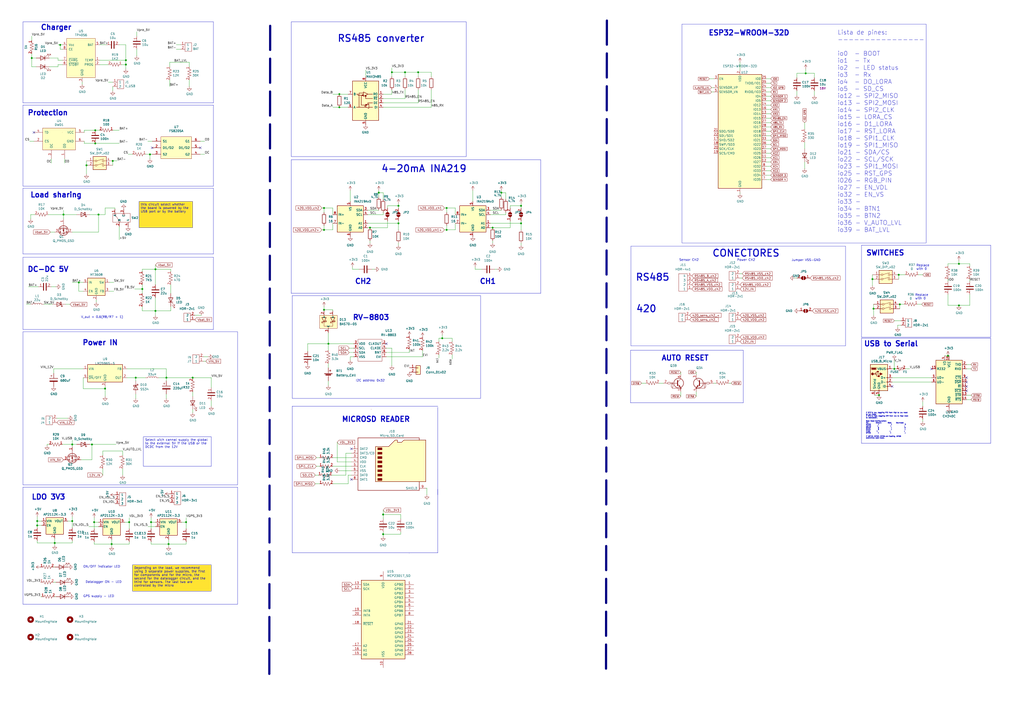
<source format=kicad_sch>
(kicad_sch (version 20231120) (generator "eeschema") (generator_version "8.0")
  (paper "A2")
  (junction (at 87.63 302.895))
  (junction (at 90.17 180.34))
  (junction (at 64.77 315.595))
  (junction (at 259.08 133.35))
  (junction (at 73.025 37.465))
  (junction (at 187.96 120.65))
  (junction (at 222.25 309.88))
  (junction (at 86.995 89.535))
  (junction (at 57.15 124.46))
  (junction (at 50.165 95.885))
  (junction (at 506.095 161.925))
  (junction (at 196.85 54.61))
  (junction (at 60.96 225.425))
  (junction (at 256.54 196.215))
  (junction (at 97.79 315.595))
  (junction (at 290.83 111.76))
  (junction (at 190.5 199.39))
  (junction (at 302.26 129.54))
  (junction (at 65.405 93.345))
  (junction (at 31.75 314.96))
  (junction (at 78.74 219.075))
  (junction (at 302.26 119.38))
  (junction (at 242.57 41.91))
  (junction (at 234.95 41.91))
  (junction (at 74.93 302.895))
  (junction (at 55.245 75.565))
  (junction (at 18.415 33.655))
  (junction (at 41.91 257.81))
  (junction (at 231.14 129.54))
  (junction (at 36.83 124.46))
  (junction (at 96.52 219.075))
  (junction (at 34.925 26.035))
  (junction (at 21.59 304.8))
  (junction (at 187.96 179.705))
  (junction (at 21.59 302.26))
  (junction (at 41.91 302.26))
  (junction (at 90.17 156.21))
  (junction (at 187.96 133.35))
  (junction (at 73.025 34.925))
  (junction (at 219.71 111.76))
  (junction (at 222.25 298.45))
  (junction (at 53.34 257.81))
  (junction (at 214.63 132.08))
  (junction (at 111.76 219.075))
  (junction (at 82.55 167.64))
  (junction (at 55.245 83.185))
  (junction (at 54.61 302.895))
  (junction (at 556.26 177.165))
  (junction (at 45.72 163.83))
  (junction (at 509.905 229.235))
  (junction (at 518.795 213.995))
  (junction (at 521.335 159.385))
  (junction (at 231.14 119.38))
  (junction (at 227.33 41.91))
  (junction (at 285.75 132.08))
  (junction (at 467.36 42.545))
  (junction (at 506.73 179.07))
  (junction (at 556.26 153.035))
  (junction (at 259.08 120.65))
  (junction (at 196.85 62.23))
  (junction (at 549.91 206.375))
  (junction (at 521.97 176.53))
  (junction (at 107.95 302.895))
  (no_connect (at 88.265 85.725))
  (no_connect (at 224.155 199.39))
  (no_connect (at 517.525 224.155))
  (no_connect (at 203.835 278.13))
  (no_connect (at 116.205 85.725))
  (no_connect (at 540.385 213.995))
  (no_connect (at 560.705 224.155))
  (no_connect (at 203.835 260.35))
  (no_connect (at 560.705 219.075))
  (no_connect (at 560.705 226.695))
  (no_connect (at 560.705 221.615))
  (no_connect (at 19.685 76.835))
  (wire (pts (xy 96.52 213.995) (xy 96.52 219.075)))
  (wire (pts (xy 506.73 176.53) (xy 506.73 179.07)))
  (wire (pts (xy 213.36 129.54) (xy 231.14 129.54)))
  (wire (pts (xy 562.61 153.035) (xy 556.26 153.035)))
  (wire (pts (xy 227.33 39.37) (xy 227.33 41.91)))
  (wire (pts (xy 41.91 257.81) (xy 41.91 255.27)))
  (wire (pts (xy 87.63 302.895) (xy 90.17 302.895)))
  (wire (pts (xy 183.515 270.51) (xy 185.42 270.51)))
  (wire (pts (xy 462.28 42.545) (xy 467.36 42.545)))
  (wire (pts (xy 285.75 132.08) (xy 295.91 132.08)))
  (wire (pts (xy 245.11 207.01) (xy 245.11 203.2)))
  (wire (pts (xy 466.725 71.12) (xy 466.725 74.93)))
  (wire (pts (xy 31.75 328.93) (xy 31.115 328.93)))
  (wire (pts (xy 190.5 199.39) (xy 178.435 199.39)))
  (wire (pts (xy 203.2 110.49) (xy 203.2 116.84)))
  (polyline (pts (xy 352.044 11.938) (xy 351.536 392.43)) (stroke (width 1.27) (type dash) (color 0 0 125 1)))
  (polyline (pts (xy 123.825 149.225) (xy 123.825 191.135)))
  (wire (pts (xy 25.4 176.53) (xy 30.48 176.53)))
  (wire (pts (xy 79.375 28.575) (xy 79.375 32.385)))
  (wire (pts (xy 41.91 299.72) (xy 41.91 302.26)))
  (wire (pts (xy 257.81 120.65) (xy 259.08 120.65)))
  (wire (pts (xy 372.11 222.25) (xy 374.65 222.25)))
  (wire (pts (xy 36.83 124.46) (xy 36.83 127)))
  (polyline (pts (xy 13.335 109.22) (xy 13.335 147.32)))
  (wire (pts (xy 116.205 81.915) (xy 118.745 81.915)))
  (wire (pts (xy 20.32 124.46) (xy 17.78 124.46)))
  (wire (pts (xy 254.635 196.215) (xy 256.54 196.215)))
  (polyline (pts (xy 13.335 12.7) (xy 123.825 12.7)))
  (wire (pts (xy 48.895 81.915) (xy 48.895 83.185)))
  (wire (pts (xy 28.575 257.81) (xy 27.305 257.81)))
  (wire (pts (xy 227.33 41.91) (xy 227.33 44.45)))
  (wire (pts (xy 444.5 76.2) (xy 447.04 76.2)))
  (wire (pts (xy 86.995 89.535) (xy 86.995 92.075)))
  (wire (pts (xy 204.47 156.21) (xy 208.28 156.21)))
  (polyline (pts (xy 431.165 203.2) (xy 431.165 233.68)))
  (polyline (pts (xy 431.165 233.68) (xy 365.76 233.68)))
  (wire (pts (xy 562.61 154.305) (xy 562.61 153.035)))
  (wire (pts (xy 50.165 95.885) (xy 50.165 100.965)))
  (wire (pts (xy 48.895 76.835) (xy 48.895 75.565)))
  (wire (pts (xy 290.83 111.76) (xy 293.37 111.76)))
  (wire (pts (xy 74.93 300.355) (xy 74.93 302.895)))
  (wire (pts (xy 39.37 302.26) (xy 41.91 302.26)))
  (wire (pts (xy 222.25 309.88) (xy 232.41 309.88)))
  (wire (pts (xy 96.52 219.075) (xy 96.52 220.98)))
  (wire (pts (xy 227.33 201.93) (xy 227.33 212.09)))
  (wire (pts (xy 87.63 314.325) (xy 87.63 315.595)))
  (wire (pts (xy 187.96 179.705) (xy 193.04 179.705)))
  (polyline (pts (xy 574.675 142.24) (xy 574.675 195.58)))
  (wire (pts (xy 232.41 300.99) (xy 232.41 298.45)))
  (wire (pts (xy 33.02 242.57) (xy 39.37 242.57)))
  (wire (pts (xy 182.88 275.59) (xy 184.785 275.59)))
  (wire (pts (xy 222.25 298.45) (xy 232.41 298.45)))
  (wire (pts (xy 41.91 257.81) (xy 41.91 259.08)))
  (wire (pts (xy 45.72 168.91) (xy 48.26 168.91)))
  (wire (pts (xy 41.91 314.96) (xy 41.91 313.69)))
  (wire (pts (xy 444.5 101.6) (xy 447.04 101.6)))
  (wire (pts (xy 525.145 213.995) (xy 527.685 213.995)))
  (wire (pts (xy 73.66 219.075) (xy 78.74 219.075)))
  (wire (pts (xy 48.26 163.83) (xy 45.72 163.83)))
  (wire (pts (xy 403.86 217.17) (xy 403.86 215.9)))
  (wire (pts (xy 214.63 132.08) (xy 224.79 132.08)))
  (wire (pts (xy 518.795 186.055) (xy 522.605 186.055)))
  (wire (pts (xy 32.385 346.075) (xy 31.75 346.075)))
  (wire (pts (xy 118.11 207.01) (xy 120.65 207.01)))
  (wire (pts (xy 193.04 180.34) (xy 193.04 179.705)))
  (wire (pts (xy 411.48 45.72) (xy 414.02 45.72)))
  (wire (pts (xy 293.37 111.76) (xy 293.37 115.57)))
  (wire (pts (xy 73.025 34.925) (xy 73.025 37.465)))
  (wire (pts (xy 33.655 38.735) (xy 33.655 37.465)))
  (wire (pts (xy 45.72 163.83) (xy 45.72 168.91)))
  (wire (pts (xy 57.15 134.62) (xy 57.15 124.46)))
  (wire (pts (xy 518.795 213.995) (xy 518.795 208.915)))
  (wire (pts (xy 88.265 81.915) (xy 85.725 81.915)))
  (wire (pts (xy 201.93 275.59) (xy 201.93 280.67)))
  (wire (pts (xy 190.5 193.04) (xy 190.5 199.39)))
  (wire (pts (xy 535.305 243.205) (xy 535.305 244.475)))
  (wire (pts (xy 556.26 153.035) (xy 549.91 153.035)))
  (wire (pts (xy 231.14 118.11) (xy 231.14 119.38)))
  (wire (pts (xy 21.59 306.07) (xy 21.59 304.8)))
  (polyline (pts (xy 168.91 92.71) (xy 168.91 170.18)))
  (wire (pts (xy 187.96 177.8) (xy 187.96 179.705)))
  (wire (pts (xy 444.5 81.28) (xy 447.04 81.28)))
  (wire (pts (xy 90.17 172.72) (xy 90.17 180.34)))
  (wire (pts (xy 17.78 176.53) (xy 15.24 176.53)))
  (wire (pts (xy 466.725 82.55) (xy 466.725 86.36)))
  (polyline (pts (xy 123.825 12.7) (xy 123.825 59.69)))
  (wire (pts (xy 182.88 280.67) (xy 185.42 280.67)))
  (wire (pts (xy 227.33 41.91) (xy 234.95 41.91)))
  (wire (pts (xy 506.095 161.925) (xy 506.095 165.735)))
  (wire (pts (xy 222.25 309.88) (xy 222.25 311.15)))
  (wire (pts (xy 109.855 38.735) (xy 109.855 36.195)))
  (wire (pts (xy 562.61 163.195) (xy 562.61 161.925)))
  (polyline (pts (xy 313.69 170.18) (xy 168.91 170.18)))
  (wire (pts (xy 275.59 156.21) (xy 279.4 156.21)))
  (wire (pts (xy 224.155 207.01) (xy 245.11 207.01)))
  (wire (pts (xy 525.145 159.385) (xy 521.335 159.385)))
  (wire (pts (xy 222.25 57.15) (xy 234.95 57.15)))
  (polyline (pts (xy 499.745 195.58) (xy 499.745 142.24)))
  (wire (pts (xy 55.245 83.185) (xy 69.215 83.185)))
  (wire (pts (xy 190.5 223.52) (xy 190.5 220.98)))
  (wire (pts (xy 472.44 52.705) (xy 472.44 55.245)))
  (wire (pts (xy 187.96 120.65) (xy 193.04 120.65)))
  (wire (pts (xy 41.91 134.62) (xy 57.15 134.62)))
  (polyline (pts (xy 156.718 14.986) (xy 156.21 395.478)) (stroke (width 1.27) (type dash) (color 0 0 125 1)))
  (wire (pts (xy 444.5 68.58) (xy 447.04 68.58)))
  (wire (pts (xy 259.08 133.35) (xy 259.08 130.81)))
  (wire (pts (xy 222.25 123.19) (xy 222.25 124.46)))
  (polyline (pts (xy 13.335 350.52) (xy 15.24 350.52)))
  (polyline (pts (xy 13.335 149.225) (xy 13.335 191.135)))
  (wire (pts (xy 109.855 36.195) (xy 98.425 36.195)))
  (wire (pts (xy 254.635 207.645) (xy 254.635 205.74)))
  (wire (pts (xy 231.14 128.27) (xy 231.14 129.54)))
  (wire (pts (xy 521.97 176.53) (xy 521.97 179.07)))
  (wire (pts (xy 60.96 124.46) (xy 57.15 124.46)))
  (wire (pts (xy 467.36 42.545) (xy 467.36 40.005)))
  (wire (pts (xy 21.59 302.26) (xy 21.59 299.72)))
  (wire (pts (xy 295.91 128.27) (xy 295.91 132.08)))
  (wire (pts (xy 302.26 142.24) (xy 302.26 140.97)))
  (wire (pts (xy 54.61 314.325) (xy 54.61 315.595)))
  (wire (pts (xy 187.96 120.65) (xy 187.96 123.19)))
  (wire (pts (xy 237.49 204.47) (xy 237.49 202.565)))
  (wire (pts (xy 444.5 78.74) (xy 447.04 78.74)))
  (polyline (pts (xy 123.825 60.96) (xy 123.825 107.95)))
  (wire (pts (xy 31.115 213.995) (xy 31.115 216.535)))
  (wire (pts (xy 295.91 120.65) (xy 295.91 119.38)))
  (wire (pts (xy 31.75 314.96) (xy 41.91 314.96)))
  (wire (pts (xy 227.33 52.07) (xy 227.33 54.61)))
  (wire (pts (xy 122.555 224.79) (xy 122.555 219.075)))
  (wire (pts (xy 549.91 177.165) (xy 556.26 177.165)))
  (wire (pts (xy 51.435 305.435) (xy 57.15 305.435)))
  (wire (pts (xy 222.25 54.61) (xy 227.33 54.61)))
  (wire (pts (xy 196.85 62.23) (xy 201.93 62.23)))
  (wire (pts (xy 71.12 275.59) (xy 71.12 271.78)))
  (wire (pts (xy 57.15 124.46) (xy 52.07 124.46)))
  (wire (pts (xy 97.79 313.055) (xy 97.79 315.595)))
  (wire (pts (xy 200.66 262.89) (xy 200.66 275.59)))
  (wire (pts (xy 60.96 120.65) (xy 66.675 120.65)))
  (wire (pts (xy 290.83 110.49) (xy 290.83 111.76)))
  (wire (pts (xy 59.69 261.62) (xy 59.69 264.16)))
  (polyline (pts (xy 137.795 350.52) (xy 137.795 282.575)))
  (wire (pts (xy 444.5 66.04) (xy 447.04 66.04)))
  (wire (pts (xy 232.41 308.61) (xy 232.41 309.88)))
  (wire (pts (xy 186.69 133.35) (xy 187.96 133.35)))
  (wire (pts (xy 203.2 207.01) (xy 205.105 207.01)))
  (wire (pts (xy 73.025 26.035) (xy 73.025 34.925)))
  (wire (pts (xy 202.565 201.93) (xy 205.105 201.93)))
  (wire (pts (xy 264.16 133.35) (xy 264.16 129.54)))
  (wire (pts (xy 302.26 129.54) (xy 302.26 133.35)))
  (wire (pts (xy 262.255 196.215) (xy 256.54 196.215)))
  (wire (pts (xy 234.95 41.91) (xy 242.57 41.91)))
  (wire (pts (xy 46.99 266.7) (xy 53.34 266.7)))
  (wire (pts (xy 472.44 42.545) (xy 472.44 45.085)))
  (wire (pts (xy 99.06 156.21) (xy 99.06 157.48)))
  (wire (pts (xy 195.58 267.97) (xy 203.835 267.97)))
  (wire (pts (xy 222.25 62.23) (xy 250.19 62.23)))
  (wire (pts (xy 414.02 50.8) (xy 412.75 50.8)))
  (wire (pts (xy 287.02 156.21) (xy 288.29 156.21)))
  (wire (pts (xy 461.01 161.29) (xy 462.28 161.29)))
  (wire (pts (xy 250.19 62.23) (xy 250.19 52.07)))
  (wire (pts (xy 36.83 124.46) (xy 36.83 121.92)))
  (wire (pts (xy 64.77 316.865) (xy 64.77 315.595)))
  (wire (pts (xy 444.5 83.82) (xy 447.04 83.82)))
  (wire (pts (xy 254.635 198.12) (xy 254.635 196.215)))
  (wire (pts (xy 520.7 188.595) (xy 520.7 189.865)))
  (wire (pts (xy 202.565 204.47) (xy 205.105 204.47)))
  (wire (pts (xy 444.5 96.52) (xy 447.04 96.52)))
  (wire (pts (xy 63.5 168.91) (xy 66.04 168.91)))
  (polyline (pts (xy 13.335 59.69) (xy 13.335 12.7)))
  (wire (pts (xy 54.61 302.895) (xy 57.15 302.895)))
  (polyline (pts (xy 237.49 321.31) (xy 237.49 321.31)))
  (wire (pts (xy 21.59 302.26) (xy 24.13 302.26)))
  (wire (pts (xy 562.61 177.165) (xy 562.61 170.815)))
  (wire (pts (xy 36.195 26.035) (xy 34.925 26.035)))
  (wire (pts (xy 242.57 41.91) (xy 242.57 44.45)))
  (wire (pts (xy 414.02 53.34) (xy 412.75 53.34)))
  (wire (pts (xy 122.555 219.075) (xy 111.76 219.075)))
  (wire (pts (xy 28.575 33.655) (xy 33.655 33.655)))
  (wire (pts (xy 302.26 118.11) (xy 302.26 119.38)))
  (wire (pts (xy 462.28 45.085) (xy 462.28 42.545)))
  (wire (pts (xy 222.25 308.61) (xy 222.25 309.88)))
  (wire (pts (xy 65.405 75.565) (xy 69.215 75.565)))
  (wire (pts (xy 507.365 229.235) (xy 509.905 229.235)))
  (wire (pts (xy 104.775 26.035) (xy 102.235 26.035)))
  (wire (pts (xy 429.26 161.29) (xy 430.53 161.29)))
  (wire (pts (xy 190.5 199.39) (xy 190.5 203.2)))
  (wire (pts (xy 57.785 34.925) (xy 73.025 34.925)))
  (wire (pts (xy 467.36 42.545) (xy 472.44 42.545)))
  (wire (pts (xy 65.405 93.345) (xy 67.945 93.345)))
  (wire (pts (xy 33.655 37.465) (xy 36.195 37.465)))
  (wire (pts (xy 111.76 227.33) (xy 111.76 229.87)))
  (wire (pts (xy 429.26 158.75) (xy 430.53 158.75)))
  (wire (pts (xy 107.95 315.595) (xy 107.95 314.325)))
  (wire (pts (xy 224.155 204.47) (xy 237.49 204.47)))
  (wire (pts (xy 82.55 156.21) (xy 90.17 156.21)))
  (polyline (pts (xy 574.675 195.58) (xy 499.745 195.58)))
  (wire (pts (xy 224.79 119.38) (xy 231.14 119.38)))
  (polyline (pts (xy 13.335 147.32) (xy 123.825 147.32)))
  (polyline (pts (xy 499.745 196.215) (xy 574.675 196.215)))
  (wire (pts (xy 74.93 302.895) (xy 74.93 306.705)))
  (wire (pts (xy 444.5 71.12) (xy 447.04 71.12)))
  (polyline (pts (xy 254 320.675) (xy 254 283.845)))
  (wire (pts (xy 59.69 271.78) (xy 59.69 275.59)))
  (wire (pts (xy 55.88 173.99) (xy 55.88 175.26)))
  (wire (pts (xy 274.32 110.49) (xy 274.32 116.84)))
  (wire (pts (xy 193.04 62.23) (xy 196.85 62.23)))
  (wire (pts (xy 560.705 229.235) (xy 563.372 229.235)))
  (wire (pts (xy 107.95 302.895) (xy 107.95 306.705)))
  (wire (pts (xy 82.55 156.21) (xy 82.55 157.48)))
  (wire (pts (xy 517.525 221.615) (xy 540.385 221.615)))
  (wire (pts (xy 74.93 315.595) (xy 74.93 314.325)))
  (wire (pts (xy 262.255 205.74) (xy 262.255 208.28)))
  (wire (pts (xy 242.57 59.69) (xy 242.57 52.07)))
  (wire (pts (xy 231.14 119.38) (xy 231.14 120.65)))
  (wire (pts (xy 213.36 124.46) (xy 222.25 124.46)))
  (polyline (pts (xy 13.335 149.225) (xy 123.825 149.225)))
  (wire (pts (xy 556.26 151.13) (xy 556.26 153.035)))
  (wire (pts (xy 21.59 313.69) (xy 21.59 314.96)))
  (wire (pts (xy 247.65 283.21) (xy 247.65 287.02)))
  (polyline (pts (xy 499.745 142.24) (xy 574.675 142.24)))
  (wire (pts (xy 111.76 239.395) (xy 111.76 237.49)))
  (wire (pts (xy 444.5 53.34) (xy 447.04 53.34)))
  (wire (pts (xy 41.91 302.26) (xy 41.91 306.07)))
  (wire (pts (xy 18.415 33.655) (xy 20.955 33.655)))
  (polyline (pts (xy 13.335 109.22) (xy 123.825 109.22)))
  (polyline (pts (xy 15.24 350.52) (xy 137.795 350.52)))
  (wire (pts (xy 96.52 231.14) (xy 96.52 228.6)))
  (wire (pts (xy 231.14 129.54) (xy 231.14 133.35)))
  (wire (pts (xy 550.545 206.375) (xy 549.91 206.375)))
  (wire (pts (xy 82.55 180.34) (xy 90.17 180.34)))
  (polyline (pts (xy 237.49 320.675) (xy 254 320.675)))
  (wire (pts (xy 65.405 93.345) (xy 65.405 95.885)))
  (wire (pts (xy 382.27 222.25) (xy 384.81 222.25)))
  (wire (pts (xy 415.29 222.25) (xy 414.02 222.25)))
  (wire (pts (xy 16.51 166.37) (xy 22.225 166.37)))
  (wire (pts (xy 187.96 133.35) (xy 187.96 130.81)))
  (polyline (pts (xy 313.69 92.71) (xy 313.69 170.18)))
  (wire (pts (xy 45.72 163.83) (xy 41.91 163.83)))
  (wire (pts (xy 522.605 188.595) (xy 520.7 188.595)))
  (wire (pts (xy 444.5 63.5) (xy 447.04 63.5)))
  (wire (pts (xy 222.25 295.91) (xy 222.25 298.45)))
  (wire (pts (xy 48.895 75.565) (xy 55.245 75.565)))
  (wire (pts (xy 444.5 58.42) (xy 447.04 58.42)))
  (polyline (pts (xy 123.825 107.95) (xy 13.335 107.95)))
  (wire (pts (xy 203.2 208.915) (xy 203.2 207.01)))
  (wire (pts (xy 264.16 120.65) (xy 264.16 124.46)))
  (wire (pts (xy 90.17 156.21) (xy 99.06 156.21)))
  (wire (pts (xy 213.36 132.08) (xy 214.63 132.08)))
  (wire (pts (xy 224.155 201.93) (xy 227.33 201.93)))
  (wire (pts (xy 444.5 55.88) (xy 447.04 55.88)))
  (wire (pts (xy 48.26 225.425) (xy 60.96 225.425)))
  (wire (pts (xy 193.04 120.65) (xy 193.04 124.46)))
  (wire (pts (xy 21.59 314.96) (xy 31.75 314.96)))
  (wire (pts (xy 222.25 59.69) (xy 242.57 59.69)))
  (wire (pts (xy 99.06 170.18) (xy 99.06 165.1)))
  (wire (pts (xy 219.71 110.49) (xy 219.71 111.76)))
  (wire (pts (xy 549.91 163.195) (xy 549.91 161.925)))
  (wire (pts (xy 262.255 196.215) (xy 262.255 198.12)))
  (wire (pts (xy 178.435 199.39) (xy 178.435 203.835)))
  (wire (pts (xy 462.28 52.705) (xy 462.28 55.245)))
  (wire (pts (xy 85.725 305.435) (xy 90.17 305.435)))
  (wire (pts (xy 65.405 50.165) (xy 65.405 52.705)))
  (wire (pts (xy 403.86 227.33) (xy 403.86 229.87)))
  (wire (pts (xy 556.26 177.165) (xy 562.61 177.165)))
  (wire (pts (xy 193.04 270.51) (xy 203.835 270.51)))
  (wire (pts (xy 24.13 304.8) (xy 21.59 304.8)))
  (wire (pts (xy 284.48 124.46) (xy 293.37 124.46)))
  (wire (pts (xy 213.36 121.92) (xy 219.71 121.92)))
  (polyline (pts (xy 254 236.22) (xy 254 287.02)))
  (polyline (pts (xy 123.825 191.135) (xy 13.335 191.135)))
  (wire (pts (xy 116.84 182.88) (xy 113.03 182.88)))
  (wire (pts (xy 187.96 179.705) (xy 187.96 180.34)))
  (wire (pts (xy 444.5 73.66) (xy 447.04 73.66)))
  (wire (pts (xy 466.725 93.98) (xy 466.725 97.79)))
  (wire (pts (xy 78.74 219.075) (xy 84.455 219.075)))
  (wire (pts (xy 55.245 75.565) (xy 57.785 75.565)))
  (wire (pts (xy 54.61 302.895) (xy 54.61 300.355)))
  (wire (pts (xy 82.55 177.8) (xy 82.55 180.34)))
  (wire (pts (xy 47.625 47.625) (xy 47.625 48.895)))
  (wire (pts (xy 196.85 273.05) (xy 203.835 273.05)))
  (wire (pts (xy 231.14 142.24) (xy 231.14 140.97)))
  (wire (pts (xy 28.575 38.735) (xy 33.655 38.735)))
  (wire (pts (xy 19.685 81.915) (xy 17.145 81.915)))
  (polyline (pts (xy 499.745 257.175) (xy 499.745 196.215)))
  (wire (pts (xy 193.04 54.61) (xy 196.85 54.61)))
  (polyline (pts (xy 13.335 282.575) (xy 13.335 350.52)))
  (wire (pts (xy 73.66 213.995) (xy 96.52 213.995)))
  (wire (pts (xy 98.425 36.195) (xy 98.425 38.735)))
  (polyline (pts (xy 168.91 92.71) (xy 313.69 92.71)))
  (wire (pts (xy 105.41 302.895) (xy 107.95 302.895)))
  (wire (pts (xy 38.1 176.53) (xy 40.64 176.53)))
  (polyline (pts (xy 574.675 196.215) (xy 574.675 257.175)))
  (wire (pts (xy 549.91 170.815) (xy 549.91 177.165)))
  (wire (pts (xy 54.61 315.595) (xy 64.77 315.595)))
  (wire (pts (xy 87.63 302.895) (xy 87.63 306.705)))
  (wire (pts (xy 78.105 167.64) (xy 82.55 167.64)))
  (wire (pts (xy 204.47 154.94) (xy 204.47 156.21)))
  (wire (pts (xy 222.25 298.45) (xy 222.25 300.99)))
  (wire (pts (xy 72.39 302.895) (xy 74.93 302.895)))
  (wire (pts (xy 302.26 119.38) (xy 302.26 120.65)))
  (polyline (pts (xy 365.76 233.68) (xy 365.76 203.2)))
  (wire (pts (xy 186.69 120.65) (xy 187.96 120.65)))
  (wire (pts (xy 444.5 91.44) (xy 447.04 91.44)))
  (wire (pts (xy 78.74 228.6) (xy 78.74 231.14)))
  (wire (pts (xy 122.555 232.41) (xy 122.555 235.585)))
  (wire (pts (xy 48.26 219.075) (xy 48.26 225.425)))
  (wire (pts (xy 444.5 93.98) (xy 447.04 93.98)))
  (wire (pts (xy 560.705 213.995) (xy 563.245 213.995)))
  (wire (pts (xy 18.415 33.655) (xy 18.415 38.735)))
  (wire (pts (xy 302.26 128.27) (xy 302.26 129.54)))
  (wire (pts (xy 53.34 257.81) (xy 52.07 257.81)))
  (wire (pts (xy 444.5 99.06) (xy 447.04 99.06)))
  (wire (pts (xy 48.26 213.995) (xy 31.115 213.995)))
  (wire (pts (xy 193.04 133.35) (xy 193.04 129.54)))
  (wire (pts (xy 33.655 34.925) (xy 36.195 34.925)))
  (wire (pts (xy 532.765 159.385) (xy 535.305 159.385)))
  (wire (pts (xy 224.79 120.65) (xy 224.79 119.38)))
  (wire (pts (xy 60.96 229.87) (xy 60.96 225.425)))
  (wire (pts (xy 429.26 40.64) (xy 429.26 36.195)))
  (wire (pts (xy 104.775 28.575) (xy 102.235 28.575)))
  (wire (pts (xy 444.5 60.96) (xy 447.04 60.96)))
  (wire (pts (xy 71.12 261.62) (xy 59.69 261.62)))
  (wire (pts (xy 215.9 156.21) (xy 217.17 156.21)))
  (wire (pts (xy 50.165 93.345) (xy 50.165 95.885)))
  (wire (pts (xy 187.96 133.35) (xy 193.04 133.35)))
  (wire (pts (xy 444.5 48.26) (xy 447.04 48.26)))
  (wire (pts (xy 82.55 165.1) (xy 82.55 167.64)))
  (wire (pts (xy 90.17 156.21) (xy 90.17 165.1)))
  (wire (pts (xy 250.19 44.45) (xy 250.19 41.91)))
  (polyline (pts (xy 123.825 109.22) (xy 123.825 147.32)))
  (wire (pts (xy 518.795 213.995) (xy 520.065 213.995)))
  (polyline (pts (xy 169.545 320.675) (xy 169.545 235.585)))
  (wire (pts (xy 234.95 41.91) (xy 234.95 44.45)))
  (wire (pts (xy 109.855 50.165) (xy 109.855 46.355)))
  (wire (pts (xy 444.5 104.14) (xy 447.04 104.14)))
  (polyline (pts (xy 13.335 107.95) (xy 13.335 60.96)))
  (wire (pts (xy 422.91 222.25) (xy 424.18 222.25)))
  (wire (pts (xy 444.5 45.72) (xy 447.04 45.72)))
  (wire (pts (xy 18.415 38.735) (xy 20.955 38.735)))
  (wire (pts (xy 87.63 315.595) (xy 97.79 315.595)))
  (wire (pts (xy 224.79 128.27) (xy 224.79 132.08)))
  (wire (pts (xy 97.79 315.595) (xy 107.95 315.595)))
  (wire (pts (xy 219.71 114.3) (xy 219.71 111.76)))
  (wire (pts (xy 532.13 176.53) (xy 534.67 176.53)))
  (polyline (pts (xy 169.545 320.675) (xy 237.49 320.675)))
  (wire (pts (xy 27.305 257.81) (xy 27.305 258.445)))
  (wire (pts (xy 193.04 280.67) (xy 201.93 280.67)))
  (wire (pts (xy 73.025 37.465) (xy 73.025 40.005)))
  (wire (pts (xy 37.465 92.075) (xy 37.465 94.615)))
  (wire (pts (xy 524.51 176.53) (xy 521.97 176.53)))
  (wire (pts (xy 34.925 26.035) (xy 33.655 26.035)))
  (wire (pts (xy 284.48 121.92) (xy 290.83 121.92)))
  (wire (pts (xy 285.75 140.97) (xy 285.75 139.7)))
  (wire (pts (xy 64.77 315.595) (xy 74.93 315.595)))
  (wire (pts (xy 31.75 312.42) (xy 31.75 314.96)))
  (wire (pts (xy 192.405 275.59) (xy 200.66 275.59)))
  (wire (pts (xy 560.705 231.775) (xy 563.245 231.775)))
  (wire (pts (xy 506.73 182.88) (xy 506.73 179.07)))
  (wire (pts (xy 21.59 304.8) (xy 21.59 302.26)))
  (wire (pts (xy 18.415 23.495) (xy 18.415 20.955)))
  (wire (pts (xy 234.95 57.15) (xy 234.95 52.07)))
  (wire (pts (xy 53.34 257.81) (xy 67.31 257.81)))
  (wire (pts (xy 99.06 180.34) (xy 90.17 180.34)))
  (wire (pts (xy 79.375 20.955) (xy 79.375 18.415)))
  (wire (pts (xy 200.66 262.89) (xy 203.835 262.89)))
  (wire (pts (xy 212.09 44.45) (xy 212.09 40.64)))
  (wire (pts (xy 107.95 300.355) (xy 107.95 302.895)))
  (wire (pts (xy 506.095 159.385) (xy 506.095 161.925)))
  (wire (pts (xy 219.71 111.76) (xy 222.25 111.76)))
  (wire (pts (xy 17.78 124.46) (xy 17.78 127)))
  (wire (pts (xy 60.96 225.425) (xy 60.96 224.155)))
  (wire (pts (xy 193.04 265.43) (xy 203.835 265.43)))
  (wire (pts (xy 535.305 235.585) (xy 535.305 233.045)))
  (wire (pts (xy 222.25 111.76) (xy 222.25 115.57)))
  (polyline (pts (xy 365.76 203.2) (xy 431.165 203.2)))
  (wire (pts (xy 259.08 120.65) (xy 264.16 120.65)))
  (wire (pts (xy 111.76 219.075) (xy 111.76 219.71)))
  (wire (pts (xy 78.74 219.075) (xy 78.74 220.98)))
  (wire (pts (xy 69.215 26.035) (xy 73.025 26.035)))
  (polyline (pts (xy 13.335 282.575) (xy 137.795 282.575)))
  (wire (pts (xy 90.17 153.67) (xy 90.17 156.21)))
  (wire (pts (xy 31.75 134.62) (xy 29.21 134.62)))
  (wire (pts (xy 63.5 163.83) (xy 66.04 163.83)))
  (polyline (pts (xy 123.825 59.69) (xy 13.335 59.69)))
  (wire (pts (xy 295.91 119.38) (xy 302.26 119.38)))
  (wire (pts (xy 429.26 111.76) (xy 429.26 112.395)))
  (wire (pts (xy 57.785 26.035) (xy 61.595 26.035)))
  (wire (pts (xy 214.63 140.97) (xy 214.63 139.7)))
  (polyline (pts (xy 169.545 235.585) (xy 254 235.585)))
  (wire (pts (xy 517.525 213.995) (xy 518.795 213.995)))
  (wire (pts (xy 53.34 266.7) (xy 53.34 257.81)))
  (polyline (pts (xy 13.335 60.96) (xy 123.825 60.96)))
  (wire (pts (xy 65.405 47.625) (xy 62.865 47.625)))
  (wire (pts (xy 36.83 124.46) (xy 27.94 124.46)))
  (wire (pts (xy 97.79 316.865) (xy 97.79 315.595)))
  (wire (pts (xy 64.77 313.055) (xy 64.77 315.595)))
  (wire (pts (xy 96.52 219.075) (xy 111.76 219.075)))
  (wire (pts (xy 257.81 133.35) (xy 259.08 133.35)))
  (wire (pts (xy 36.195 28.575) (xy 34.925 28.575)))
  (wire (pts (xy 190.5 213.36) (xy 190.5 210.82)))
  (wire (pts (xy 48.895 83.185) (xy 55.245 83.185)))
  (wire (pts (xy 66.675 120.65) (xy 66.675 121.285)))
  (wire (pts (xy 34.925 28.575) (xy 34.925 26.035)))
  (wire (pts (xy 444.5 86.36) (xy 447.04 86.36)))
  (wire (pts (xy 549.91 206.375) (xy 548.005 206.375)))
  (wire (pts (xy 394.97 217.17) (xy 394.97 215.9)))
  (wire (pts (xy 284.48 129.54) (xy 302.26 129.54)))
  (wire (pts (xy 444.5 88.9) (xy 447.04 88.9)))
  (wire (pts (xy 116.205 89.535) (xy 118.745 89.535)))
  (wire (pts (xy 18.415 31.115) (xy 18.415 33.655)))
  (wire (pts (xy 69.215 131.445) (xy 69.215 139.065)))
  (wire (pts (xy 259.08 133.35) (xy 264.16 133.35)))
  (wire (pts (xy 54.61 302.895) (xy 54.61 306.705)))
  (wire (pts (xy 247.015 283.21) (xy 247.65 283.21)))
  (wire (pts (xy 31.75 316.23) (xy 31.75 314.96)))
  (wire (pts (xy 86.995 89.535) (xy 88.265 89.535)))
  (wire (pts (xy 23.495 346.075) (xy 24.13 346.075)))
  (wire (pts (xy 90.17 180.34) (xy 90.17 182.88)))
  (wire (pts (xy 118.11 209.55) (xy 119.38 209.55)))
  (wire (pts (xy 394.97 227.33) (xy 394.97 229.87)))
  (wire (pts (xy 521.335 159.385) (xy 521.335 161.925)))
  (wire (pts (xy 41.91 257.81) (xy 36.195 257.81)))
  (wire (pts (xy 29.845 166.37) (xy 32.385 166.37)))
  (wire (pts (xy 32.385 337.82) (xy 31.115 337.82)))
  (wire (pts (xy 84.455 89.535) (xy 86.995 89.535)))
  (wire (pts (xy 71.12 264.16) (xy 71.12 261.62)))
  (wire (pts (xy 259.08 120.65) (xy 259.08 123.19)))
  (wire (pts (xy 44.45 124.46) (xy 36.83 124.46)))
  (wire (pts (xy 293.37 123.19) (xy 293.37 124.46)))
  (wire (pts (xy 87.63 302.895) (xy 87.63 300.355)))
  (wire (pts (xy 33.655 33.655) (xy 33.655 34.925)))
  (wire (pts (xy 99.06 177.8) (xy 99.06 180.34)))
  (wire (pts (xy 44.45 257.81) (xy 41.91 257.81)))
  (wire (pts (xy 275.59 154.94) (xy 275.59 156.21)))
  (wire (pts (xy 560.705 211.455) (xy 563.245 211.455)))
  (wire (pts (xy 256.54 194.31) (xy 256.54 196.215)))
  (wire (pts (xy 196.85 54.61) (xy 201.93 54.61)))
  (wire (pts (xy 517.525 219.075) (xy 540.385 219.075)))
  (wire (pts (xy 444.5 50.8) (xy 447.04 50.8)))
  (wire (pts (xy 195.58 256.54) (xy 195.58 267.97)))
  (wire (pts (xy 549.91 154.305) (xy 549.91 153.035)))
  (wire (pts (xy 76.835 89.535) (xy 74.295 89.535)))
  (wire (pts (xy 60.96 120.65) (xy 60.96 124.46)))
  (wire (pts (xy 70.485 37.465) (xy 73.025 37.465)))
  (wire (pts (xy 183.515 265.43) (xy 185.42 265.43)))
  (wire (pts (xy 57.785 37.465) (xy 62.865 37.465)))
  (wire (pts (xy 29.845 92.075) (xy 29.845 94.615)))
  (wire (pts (xy 250.19 41.91) (xy 242.57 41.91)))
  (wire (pts (xy 98.425 46.355) (xy 98.425 50.165)))
  (wire (pts (xy 82.55 167.64) (xy 82.55 170.18)))
  (wire (pts (xy 290.83 114.3) (xy 290.83 111.76)))
  (wire (pts (xy 190.5 199.39) (xy 205.105 199.39)))
  (wire (pts (xy 203.835 275.59) (xy 201.93 275.59)))
  (wire (pts (xy 92.075 219.075) (xy 96.52 219.075)))
  (polyline (pts (xy 574.675 257.175) (xy 499.745 257.175)))
  (wire (pts (xy 284.48 132.08) (xy 285.75 132.08)))
  (rectangle (start 168.91 12.7) (end 270.51 90.805))
  (rectangle (start 366.014 142.748) (end 490.474 200.66))
  (rectangle (start 395.605 13.97) (end 537.21 140.97))
  (rectangle (start 13.335 192.405) (end 137.795 281.305))
  (rectangle (start 169.545 171.45) (end 278.765 231.14))
  (text_box "Select wich cannal supply the global to the external 5V if the USB or the DCDC from the 12V\n" (at 83.185 253.365 0) (size 39.37 17.145) (effects (font (size 1.27 1.27)) (justify left top)))
  (text_box "Depending on the load, we recommend using 3 separate power supplies. the first for components and for the micro, the second for the datalogger circuit, and the third for sensors. The last two are controlled by the micro" (at 76.835 327.66 0) (size 45.72 15.24) (fill (type color) (color 255 227 49 1)) (effects (font (size 1.27 1.27)) (justify left top)))
  (text_box "this circuit select whether the board is powered by the USB port or by the battery" (at 80.645 116.84 0) (size 31.115 15.24) (fill (type color) (color 255 227 49 1)) (effects (font (size 1.27 1.27)) (justify left top)))
  (text "420" (at 368.808 181.61 0) (effects (font (size 4 4) (thickness 0.5994) (bold yes)) (justify left bottom)))
  (text "Replace \nwith 0" (at 530.86 173.99 0) (effects (font (size 1.27 1.27)) (justify left bottom)))
  (text "Lista de pines:\n----------------\n\nio0  - BOOT\nio1  - Tx\nio2  - LED status\nio3  - Rx\nio4  - DO_LORA\nio5  - SD_CS\nio12 - SPI2_MISO\nio13 - SPI2_MOSI\nio14 - SPI2_CLK \nio15 - LORA_CS\nio16 - D1_LORA\nio17 - RST_LORA\nio18 - SPI1_CLK\nio19 - SPI1_MISO\nio21 - SDA/CS\nio22 - SCL/SCK\nio23 - SPI1_MOSI\nio25 - RST_GPS\ni026 - RGB_PIN\nio27 - EN_VDL\nio32 - EN_VS\nio33 - \nio34 - BTN1\nio35 - BTN2\nio36 - V_AUTO_LVL\nio39 - BAT_LVL\n\n" (at 485.775 139.065 0) (effects (font (size 2.54 2.54)) (justify left bottom)))
  (text "Power CH2" (at 427.482 151.638 0) (effects (font (size 1.27 1.27)) (justify left bottom)))
  (text "RS485 converter" (at 195.58 24.765 0) (effects (font (size 4 4) (thickness 0.5994) (bold yes)) (justify left bottom)))
  (text "4-20mA INA219" (at 220.98 100.33 0) (effects (font (size 4 4) (thickness 0.5994) (bold yes)) (justify left bottom)))
  (text "Charger" (at 23.495 17.78 0) (effects (font (size 2.9972 2.9972) (thickness 0.5994) (bold yes)) (justify left bottom)))
  (text "USB to Serial" (at 501.015 201.295 0) (effects (font (size 2.9972 2.9972) (thickness 0.5994) (bold yes)) (justify left bottom)))
  (text "Datalogger ON - LED" (at 49.53 338.455 0) (effects (font (size 1.27 1.27)) (justify left bottom)))
  (text "ESP32-WROOM-32D" (at 410.845 20.955 0) (effects (font (size 2.9972 2.9972) (thickness 0.5994) (bold yes)) (justify left bottom)))
  (text "Replace \nwith 0" (at 531.495 156.845 0) (effects (font (size 1.27 1.27)) (justify left bottom)))
  (text "DC-DC 5V" (at 40.005 158.115 0) (effects (font (size 2.9972 2.9972) (thickness 0.5994) (bold yes)) (justify right bottom)))
  (text "SWITCHES" (at 502.285 148.59 0) (effects (font (size 2.9972 2.9972) (thickness 0.5994) (bold yes)) (justify left bottom)))
  (text "CH1" (at 278.13 165.1 0) (effects (font (size 2.9972 2.9972) (thickness 0.5994) (bold yes)) (justify left bottom)))
  (text "MICROSD READER" (at 198.12 245.11 0) (effects (font (size 2.9972 2.9972) (thickness 0.5994) (bold yes)) (justify left bottom)))
  (text "Power IN" (at 68.58 200.66 0) (effects (font (size 2.9972 2.9972) (thickness 0.5994) (bold yes)) (justify right bottom)))
  (text "AUTO RESET" (at 383.54 209.55 0) (effects (font (size 2.9972 2.9972) (thickness 0.5994) (bold yes)) (justify left bottom)))
  (text "If DTR is Low, toggling RTS from High to Low reset\nto run mode.\nIf RTS is High, toggling DTR from Low to High reset\nto bootloader.\n\nBoot Mode Configuration:\nPin         Default        Boot      Download\nGPIO0         1               1                0\nU0TXD        1               1                x\nGPIO2         0               x                0\nGPIO4         0               x                x\nMTDO        1               x                 x\nGPIO5         1              1                 x\n\nIf U0TXD, GPIO2, GPIO5 are floating, GPIO0\ndetermines boot mode." (at 502.285 254.635 0) (effects (font (size 0.6096 0.6096)) (justify left bottom)))
  (text "Protection" (at 15.875 67.31 0) (effects (font (size 2.9972 2.9972) (thickness 0.5994) (bold yes)) (justify left bottom)))
  (text "Jumper VSS-GND" (at 459.105 151.765 0) (effects (font (size 1.27 1.27)) (justify left bottom)))
  (text "GPS supply - LED\n" (at 48.26 346.71 0) (effects (font (size 1.27 1.27)) (justify left bottom)))
  (text "Sensor CH2\n" (at 393.954 151.638 0) (effects (font (size 1.27 1.27)) (justify left bottom)))
  (text "LDO 3V3" (at 38.1 290.195 0) (effects (font (size 2.9972 2.9972) (thickness 0.5994) (bold yes)) (justify right bottom)))
  (text "RS485" (at 368.554 163.322 0) (effects (font (size 4 4) (thickness 0.5994) (bold yes)) (justify left bottom)))
  (text "ON/OFF indicator LED" (at 48.26 329.565 0) (effects (font (size 1.27 1.27)) (justify left bottom)))
  (text "CH2" (at 205.74 165.1 0) (effects (font (size 2.9972 2.9972) (thickness 0.5994) (bold yes)) (justify left bottom)))
  (text "I2C addres: 0x32" (at 206.375 221.615 0) (effects (font (size 1.27 1.27)) (justify left bottom)))
  (text "CONECTORES" (at 413.004 149.352 0) (effects (font (size 4 4) (thickness 0.5994) (bold yes)) (justify left bottom)))
  (text "V_out = 0.6(R8/R7 + 1)" (at 46.99 184.785 0) (effects (font (size 1.27 1.27)) (justify left bottom)))
  (text "RV-8803" (at 204.47 186.055 0) (effects (font (size 3 3) (thickness 0.6) (bold yes)) (justify left bottom)))
  (text "Load sharing" (at 47.625 114.935 0) (effects (font (size 2.9972 2.9972) (thickness 0.5994) (bold yes)) (justify right bottom)))
  (label "OC" (at 118.745 89.535 0))
  (label "Vpre_5V" (at 79.375 18.415 0))
  (label "RS485_EN" (at 234.95 57.15 0))
  (label "FB_5V" (at 78.105 167.64 180))
  (label "CS" (at 17.145 81.915 180))
  (label "Vpre_5V" (at 67.31 257.81 0))
  (label "BAT-" (at 102.235 28.575 180))
  (label "SDA" (at 214.63 121.92 0))
  (label "VDL_3V3" (at 74.93 300.355 0))
  (label "Vpre_5V" (at 33.655 26.035 180))
  (label "+5V" (at 69.215 139.065 0))
  (label "BAT+" (at 41.91 163.83 0))
  (label "BAT+" (at 98.425 50.165 0))
  (label "V_AUTO_LVL" (at 71.12 261.62 0))
  (label "V_USB" (at 527.685 213.995 0))
  (label "VS_3V3" (at 212.09 40.64 0))
  (label "BAT+" (at 69.215 75.565 0))
  (label "RS485_EN" (at 242.57 59.69 0))
  (label "EN_VS_S" (at 85.725 305.435 180))
  (label "Data_B" (at 193.04 54.61 180))
  (label "EN_VDL" (at 66.675 292.1 180))
  (label "OD" (at 37.465 94.615 0))
  (label "OD" (at 118.745 81.915 0))
  (label "EN_VDL_S" (at 51.435 305.435 180))
  (label "EN_VS_S" (at 98.425 288.925 180))
  (label "Vpre_5V" (at 62.865 47.625 180))
  (label "BAT-" (at 69.215 83.185 0))
  (label "BAT+" (at 15.24 176.53 0))
  (label "CS" (at 74.295 89.535 180))
  (label "SW_5V" (at 25.4 176.53 0))
  (label "IO0" (at 549.91 163.195 0))
  (label "V_USB" (at 41.91 255.27 180))
  (label "scl" (at 254.635 207.645 270))
  (label "EVI" (at 245.11 207.01 0))
  (label "SW_5V" (at 66.04 163.83 0))
  (label "VIN_5V" (at 122.555 219.075 0))
  (label "BAT-" (at 67.945 93.345 0))
  (label "BAT+" (at 102.235 26.035 180))
  (label "485_TX" (at 227.33 54.61 0))
  (label "VIN_12V" (at 31.115 213.995 180))
  (label "SCL" (at 214.63 124.46 0))
  (label "EN_VS" (at 98.425 291.465 180))
  (label "V_in" (at 518.795 210.185 0))
  (label "EN_VDL_S" (at 66.675 289.56 180))
  (label "EVI" (at 237.49 213.36 180))
  (label "INT" (at 237.49 204.47 0))
  (label "BAT+" (at 57.785 26.035 0))
  (label "SDA" (at 285.75 121.92 0))
  (label "BAT_LVL" (at 100.965 36.195 0))
  (label "BAT-" (at 85.725 81.915 180))
  (label "VDL_3V3" (at 23.495 337.82 180))
  (label "RESET" (at 562.61 163.195 0))
  (label "FB_5V" (at 66.04 168.91 0))
  (label "sda" (at 262.255 208.28 270))
  (label "Vpre_5V" (at 18.415 20.955 0))
  (label "VGPS_3V3" (at 23.495 346.075 180))
  (label "Data_A" (at 193.04 62.23 180))
  (label "SCL" (at 285.75 124.46 0))
  (label "BAT+" (at 16.51 166.37 0))
  (label "485_RX" (at 250.19 62.23 0))
  (label "VGPS_3V3" (at 107.95 300.355 0))
  (label "VS_3V3" (at 227.33 39.37 0))
  (label "OC" (at 29.845 94.615 180))
  (label "Vpre_5V" (at 36.83 121.92 180))
  (global_label "485_TX" (shape input) (at 447.04 71.12 0) (effects (font (size 1 1))) (property "Intersheetrefs" "${INTERSHEET_REFS}" (effects (hide yes))))
  (global_label "Vbat_5V" (shape input) (at 40.64 176.53 0) (property "Intersheetrefs" "${INTERSHEET_REFS}" (effects (hide yes))))
  (global_label "IO0" (shape input) (at 447.04 45.72 0) (effects (font (size 1 1))) (property "Intersheetrefs" "${INTERSHEET_REFS}" (effects (hide yes))))
  (global_label "RS485_B_ch2" (shape input) (at 401.32 160.02 0) (property "Intersheetrefs" "${INTERSHEET_REFS}" (effects (hide yes))))
  (global_label "RS485_VSS_ch2" (shape input) (at 430.53 158.75 0) (property "Intersheetrefs" "${INTERSHEET_REFS}" (effects (hide yes))))
  (global_label "VIN_5V" (shape input) (at 119.38 209.55 0) (property "Intersheetrefs" "${INTERSHEET_REFS}" (effects (hide yes))))
  (global_label "DTR#" (shape input) (at 372.11 222.25 180) (effects (font (size 1 1))) (property "Intersheetrefs" "${INTERSHEET_REFS}" (effects (hide yes))))
  (global_label "RST#" (shape input) (at 424.18 222.25 0) (effects (font (size 1 1))) (property "Intersheetrefs" "${INTERSHEET_REFS}" (effects (hide yes))))
  (global_label "Vbat_5V" (shape input) (at 29.21 134.62 180) (property "Intersheetrefs" "${INTERSHEET_REFS}" (effects (hide yes))))
  (global_label "KR3" (shape input) (at 447.04 66.04 0) (effects (font (size 1 1))) (property "Intersheetrefs" "${INTERSHEET_REFS}" (effects (hide yes))))
  (global_label "420_VDD_ch2" (shape input) (at 429.26 185.42 0) (property "Intersheetrefs" "${INTERSHEET_REFS}" (effects (hide yes))))
  (global_label "SENSOR 1" (shape input) (at 447.04 55.88 0) (effects (font (size 1 1))) (property "Intersheetrefs" "${INTERSHEET_REFS}" (effects (hide yes))))
  (global_label "VIN_5V" (shape input) (at 36.83 266.7 180) (property "Intersheetrefs" "${INTERSHEET_REFS}" (effects (hide yes))))
  (global_label "12V_IN" (shape input) (at 59.69 275.59 180) (property "Intersheetrefs" "${INTERSHEET_REFS}" (effects (hide yes))))
  (global_label "KC2" (shape input) (at 447.04 88.9 0) (effects (font (size 1 1))) (property "Intersheetrefs" "${INTERSHEET_REFS}" (effects (hide yes))))
  (global_label "SCL" (shape input) (at 447.04 83.82 0) (effects (font (size 1 1))) (property "Intersheetrefs" "${INTERSHEET_REFS}" (effects (hide yes))))
  (global_label "485_RX" (shape input) (at 447.04 73.66 0) (effects (font (size 1 1))) (property "Intersheetrefs" "${INTERSHEET_REFS}" (effects (hide yes))))
  (global_label "RST#" (shape input) (at 394.97 229.87 180) (effects (font (size 1 1))) (property "Intersheetrefs" "${INTERSHEET_REFS}" (effects (hide yes))))
  (global_label "12V_IN" (shape input) (at 429.26 167.64 0) (property "Intersheetrefs" "${INTERSHEET_REFS}" (effects (hide yes))))
  (global_label "RS485_VDD_ch2" (shape input) (at 429.26 165.1 0) (property "Intersheetrefs" "${INTERSHEET_REFS}" (effects (hide yes))))
  (global_label "SENSOR 3" (shape input) (at 447.04 101.6 0) (effects (font (size 1 1))) (property "Intersheetrefs" "${INTERSHEET_REFS}" (effects (hide yes))))
  (global_label "SPI1_MOSI" (shape input) (at 183.515 265.43 180) (property "Intersheetrefs" "${INTERSHEET_REFS}" (effects (hide yes))))
  (global_label "BAT_LVL" (shape input) (at 412.75 53.34 180) (effects (font (size 1 1))) (property "Intersheetrefs" "${INTERSHEET_REFS}" (effects (hide yes))))
  (global_label "SDA" (shape input) (at 447.04 81.28 0) (effects (font (size 1 1))) (property "Intersheetrefs" "${INTERSHEET_REFS}" (effects (hide yes))))
  (global_label "420_VSS_ch2" (shape input) (at 471.17 180.34 0) (property "Intersheetrefs" "${INTERSHEET_REFS}" (effects (hide yes))))
  (global_label "SENSOR 2" (shape input) (at 447.04 58.42 0) (effects (font (size 1 1))) (property "Intersheetrefs" "${INTERSHEET_REFS}" (effects (hide yes))))
  (global_label "RX" (shape input) (at 563.245 211.455 0) (effects (font (size 1 1))) (property "Intersheetrefs" "${INTERSHEET_REFS}" (effects (hide yes))))
  (global_label "420_VDD_ch1+" (shape input) (at 257.81 133.35 180) (property "Intersheetrefs" "${INTERSHEET_REFS}" (effects (hide yes))))
  (global_label "IO0" (shape input) (at 535.305 159.385 0) (effects (font (size 1 1))) (property "Intersheetrefs" "${INTERSHEET_REFS}" (effects (hide yes))))
  (global_label "DTR#" (shape input) (at 563.372 229.235 0) (effects (font (size 1 1))) (property "Intersheetrefs" "${INTERSHEET_REFS}" (effects (hide yes))))
  (global_label "SCL" (shape input) (at 202.565 201.93 180) (property "Intersheetrefs" "${INTERSHEET_REFS}" (effects (hide yes))))
  (global_label "KC1" (shape input) (at 447.04 91.44 0) (effects (font (size 1 1))) (property "Intersheetrefs" "${INTERSHEET_REFS}" (effects (hide yes))))
  (global_label "RS485_EN" (shape input) (at 447.04 68.58 0) (effects (font (size 1 1))) (property "Intersheetrefs" "${INTERSHEET_REFS}" (effects (hide yes))))
  (global_label "Vbat_5V" (shape input) (at 113.03 185.42 0) (property "Intersheetrefs" "${INTERSHEET_REFS}" (effects (hide yes))))
  (global_label "VDL_3V3" (shape input) (at 222.25 295.91 0) (property "Intersheetrefs" "${INTERSHEET_REFS}" (effects (hide yes))))
  (global_label "RS485_VDD_ch2" (shape input) (at 401.32 167.64 0) (property "Intersheetrefs" "${INTERSHEET_REFS}" (effects (hide yes))))
  (global_label "KC3" (shape input) (at 447.04 99.06 0) (effects (font (size 1 1))) (property "Intersheetrefs" "${INTERSHEET_REFS}" (effects (hide yes))))
  (global_label "Vbat_5V" (shape input) (at 90.17 153.67 0) (property "Intersheetrefs" "${INTERSHEET_REFS}" (effects (hide yes))))
  (global_label "RST#" (shape input) (at 563.245 231.775 0) (effects (font (size 1 1))) (property "Intersheetrefs" "${INTERSHEET_REFS}" (effects (hide yes))))
  (global_label "420_VSS_ch2" (shape input) (at 429.26 182.88 0) (property "Intersheetrefs" "${INTERSHEET_REFS}" (effects (hide yes))))
  (global_label "IO2 GPB" (shape input) (at 447.04 50.8 0) (effects (font (size 1 1))) (property "Intersheetrefs" "${INTERSHEET_REFS}" (effects (hide yes))))
  (global_label "420_VDD_ch2" (shape input) (at 429.26 195.58 0) (property "Intersheetrefs" "${INTERSHEET_REFS}" (effects (hide yes))))
  (global_label "KC4" (shape input) (at 447.04 96.52 0) (effects (font (size 1 1))) (property "Intersheetrefs" "${INTERSHEET_REFS}" (effects (hide yes))))
  (global_label "12V_IN" (shape input) (at 429.26 198.12 0) (property "Intersheetrefs" "${INTERSHEET_REFS}" (effects (hide yes))))
  (global_label "RS485_VSS_ch2" (shape input) (at 469.9 161.29 0) (property "Intersheetrefs" "${INTERSHEET_REFS}" (effects (hide yes))))
  (global_label "VDL_3V3" (shape input) (at 195.58 256.54 0) (property "Intersheetrefs" "${INTERSHEET_REFS}" (effects (hide yes))))
  (global_label "SENSOR 4" (shape input) (at 447.04 104.14 0) (effects (font (size 1 1))) (property "Intersheetrefs" "${INTERSHEET_REFS}" (effects (hide yes))))
  (global_label "SDA" (shape input) (at 204.47 339.09 180) (property "Intersheetrefs" "${INTERSHEET_REFS}" (effects (hide yes))))
  (global_label "RESET" (shape input) (at 534.67 176.53 0) (effects (font (size 1 1))) (property "Intersheetrefs" "${INTERSHEET_REFS}" (effects (hide yes))))
  (global_label "SPI1_CLK" (shape input) (at 447.04 76.2 0) (effects (font (size 1 1))) (property "Intersheetrefs" "${INTERSHEET_REFS}" (effects (hide yes))))
  (global_label "KR2" (shape input) (at 447.04 60.96 0) (effects (font (size 1 1))) (property "Intersheetrefs" "${INTERSHEET_REFS}" (effects (hide yes))))
  (global_label "420_sens_ch2_+" (shape input) (at 400.05 182.88 0) (property "Intersheetrefs" "${INTERSHEET_REFS}" (effects (hide yes))))
  (global_label "SCL" (shape input) (at 204.47 341.63 180) (property "Intersheetrefs" "${INTERSHEET_REFS}" (effects (hide yes))))
  (global_label "DTR#" (shape input) (at 403.86 229.87 180) (effects (font (size 1 1))) (property "Intersheetrefs" "${INTERSHEET_REFS}" (effects (hide yes))))
  (global_label "TX" (shape input) (at 563.245 213.995 0) (effects (font (size 1 1))) (property "Intersheetrefs" "${INTERSHEET_REFS}" (effects (hide yes))))
  (global_label "RS485_VSS_ch2" (shape input) (at 401.32 165.1 0) (property "Intersheetrefs" "${INTERSHEET_REFS}" (effects (hide yes))))
  (global_label "RX" (shape input) (at 447.04 53.34 0) (effects (font (size 1 1))) (property "Intersheetrefs" "${INTERSHEET_REFS}" (effects (hide yes))))
  (global_label "SD_CS" (shape input) (at 182.88 275.59 180) (property "Intersheetrefs" "${INTERSHEET_REFS}" (effects (hide yes))))
  (global_label "IO2 GPB" (shape input) (at 466.725 71.12 90) (effects (font (size 1 1))) (property "Intersheetrefs" "${INTERSHEET_REFS}" (effects (hide yes))))
  (global_label "RESET" (shape input) (at 411.48 45.72 180) (effects (font (size 1 1))) (property "Intersheetrefs" "${INTERSHEET_REFS}" (effects (hide yes))))
  (global_label "TX" (shape input) (at 447.04 48.26 0) (effects (font (size 1 1))) (property "Intersheetrefs" "${INTERSHEET_REFS}" (effects (hide yes))))
  (global_label "RESET" (shape input) (at 518.795 186.055 180) (effects (font (size 1 1))) (property "Intersheetrefs" "${INTERSHEET_REFS}" (effects (hide yes))))
  (global_label "RS485_A_ch2" (shape input) (at 401.32 162.56 0) (property "Intersheetrefs" "${INTERSHEET_REFS}" (effects (hide yes))))
  (global_label "420_sens_ch2_" (shape input) (at 400.05 185.42 0) (property "Intersheetrefs" "${INTERSHEET_REFS}" (effects (hide yes))))
  (global_label "SPI1_MOSI" (shape input) (at 447.04 86.36 0) (effects (font (size 1 1))) (property "Intersheetrefs" "${INTERSHEET_REFS}" (effects (hide yes))))
  (global_label "VIN_12V" (shape input) (at 33.02 245.11 0) (property "Intersheetrefs" "${INTERSHEET_REFS}" (effects (hide yes))))
  (global_label "SPI1_MISO" (shape input) (at 447.04 78.74 0) (effects (font (size 1 1))) (property "Intersheetrefs" "${INTERSHEET_REFS}" (effects (hide yes))))
  (global_label "KR4" (shape input) (at 447.04 93.98 0) (effects (font (size 1 1))) (property "Intersheetrefs" "${INTERSHEET_REFS}" (effects (hide yes))))
  (global_label "420_VDD_ch2" (shape input) (at 186.69 120.65 180) (property "Intersheetrefs" "${INTERSHEET_REFS}" (effects (hide yes))))
  (global_label "SPI1_CLK" (shape input) (at 183.515 270.51 180) (property "Intersheetrefs" "${INTERSHEET_REFS}" (effects (hide yes))))
  (global_label "420_VDD_ch2+" (shape input) (at 186.69 133.35 180) (property "Intersheetrefs" "${INTERSHEET_REFS}" (effects (hide yes))))
  (global_label "SDA" (shape input) (at 202.565 204.47 180) (property "Intersheetrefs" "${INTERSHEET_REFS}" (effects (hide yes))))
  (global_label "IO0" (shape input) (at 403.86 215.9 180) (effects (font (size 1 1))) (property "Intersheetrefs" "${INTERSHEET_REFS}" (effects (hide yes))))
  (global_label "RESET" (shape input) (at 394.97 215.9 180) (effects (font (size 1 1))) (property "Intersheetrefs" "${INTERSHEET_REFS}" (effects (hide yes))))
  (global_label "SPI1_MISO" (shape input) (at 182.88 280.67 180) (property "Intersheetrefs" "${INTERSHEET_REFS}" (effects (hide yes))))
  (global_label "RS485_VDD_ch2" (shape input) (at 430.53 161.29 0) (property "Intersheetrefs" "${INTERSHEET_REFS}" (effects (hide yes))))
  (global_label "KR1" (shape input) (at 447.04 63.5 0) (effects (font (size 1 1))) (property "Intersheetrefs" "${INTERSHEET_REFS}" (effects (hide yes))))
  (global_label "420_VDD_ch1" (shape input) (at 257.81 120.65 180) (property "Intersheetrefs" "${INTERSHEET_REFS}" (effects (hide yes))))
  (global_label "V_AUTO_LVL" (shape input) (at 412.75 50.8 180) (effects (font (size 1 1))) (property "Intersheetrefs" "${INTERSHEET_REFS}" (effects (hide yes))))
  (symbol (lib_id "Device:Battery_Cell") (at 190.5 218.44 0) (unit 1)
    (property "Reference" "BT1" (at 194.945 215.1379 0) (effects (justify left)))
    (property "Value" "Battery_Cell" (at 194.945 217.6779 0) (effects (justify left)))
    (property "Footprint" "Battery:BatteryHolder_Keystone_3000_1x12mm" (effects (hide yes)))
  )
  (symbol (lib_id "power:GND") (at 535.305 244.475 0) (unit 1)
    (property "Reference" "#PWR082" (effects (hide yes)))
    (property "Value" "GND" (at 535.432 248.8692 0))
  )
  (symbol (lib_id "IoWLabsConnectors:HDR-3x1") (at 100.965 288.925 0) (unit 1)
    (property "Reference" "J6" (at 105.41 287.655 0) (effects (justify left)))
    (property "Value" "HDR-3x1" (at 105.41 290.195 0) (effects (justify left)))
    (property "Footprint" "Jumper:SolderJumper-3_P1.3mm_Open_RoundedPad1.0x1.5mm_NumberLabels" (effects (hide yes)))
    (property "Supplier" "LCSC" (effects (hide yes)))
  )
  (symbol (lib_id "IoWLabs:RES") (at 237.49 198.755 0) (unit 1)
    (property "Reference" "R41" (at 239.2172 197.5866 0) (effects (justify left)))
    (property "Value" "100k" (at 239.2172 199.898 0) (effects (justify left)))
    (property "Footprint" "Resistor_SMD:R_0603_1608Metric" (effects (hide yes)))
    (property "Supplier" "LCSC" (effects (hide yes)))
  )
  (symbol (lib_id "power:GND") (at 39.37 242.57 90) (unit 1)
    (property "Reference" "#PWR037" (effects (hide yes)))
    (property "Value" "GND" (at 43.7642 242.443 0))
  )
  (symbol (lib_id "IoWLabs:C") (at 232.41 304.8 0) (unit 1)
    (property "Reference" "C23" (at 235.331 303.6316 0) (effects (justify left)))
    (property "Value" "100n" (at 235.331 305.943 0) (effects (justify left)))
    (property "Footprint" "Capacitor_SMD:C_0603_1608Metric" (effects (hide yes)))
    (property "Supplier" "LCSC" (effects (hide yes)))
    (property "C" "1u" (effects (hide yes)))
    (property "Voltage rated" "16V" (effects (hide yes)))
    (property "Temp Coef" "X5R" (effects (hide yes)))
  )
  (symbol (lib_id "IoWLabs:C") (at 549.91 167.005 0) (unit 1)
    (property "Reference" "C19" (at 552.831 165.8366 0) (effects (justify left)))
    (property "Value" "100n" (at 552.831 168.148 0) (effects (justify left)))
    (property "Footprint" "Capacitor_SMD:C_0603_1608Metric" (effects (hide yes)))
    (property "Supplier" "LCSC" (effects (hide yes)))
    (property "C" "1u" (effects (hide yes)))
    (property "Voltage rated" "16V" (effects (hide yes)))
    (property "Temp Coef" "X5R" (effects (hide yes)))
  )
  (symbol (lib_id "IoWLabsConnectors:HDR-2x1") (at 426.72 160.02 180) (unit 1)
    (property "Reference" "J12" (at 424.815 152.4 0))
    (property "Value" "HDR-2x1" (at 424.815 154.94 0))
    (property "Footprint" "IoWLabsConnectors:Tb-2x1-5p-TH-V" (effects (hide yes)))
    (property "Supplier" "LCSC" (effects (hide yes)))
  )
  (symbol (lib_id "power:GND") (at 122.555 235.585 0) (unit 1)
    (property "Reference" "#PWR054" (effects (hide yes)))
    (property "Value" "GND" (at 122.682 239.9792 0))
  )
  (symbol (lib_id "power:GND") (at 214.63 140.97 0) (unit 1)
    (property "Reference" "#PWR05" (effects (hide yes)))
    (property "Value" "GND" (at 214.63 146.05 0))
  )
  (symbol (lib_id "Analog_ADC:INA219AxD") (at 274.32 127 0) (unit 1)
    (property "Reference" "U3" (at 276.3394 114.3 0) (effects (justify left)))
    (property "Value" "INA219AxD" (at 276.3394 116.84 0) (effects (justify left)))
    (property "Footprint" "Package_SO:SOIC-8_3.9x4.9mm_P1.27mm" (effects (hide yes)))
    (property "Datasheet" "http://www.ti.com/lit/ds/symlink/ina219.pdf" (effects (hide yes)))
  )
  (symbol (lib_id "IoWLabs:RES") (at 528.32 176.53 270) (unit 1)
    (property "Reference" "R36" (at 528.32 170.815 90))
    (property "Value" "0" (at 528.32 173.1264 90))
    (property "Footprint" "Resistor_SMD:R_0603_1608Metric" (effects (hide yes)))
    (property "Supplier" "LCSC" (effects (hide yes)))
  )
  (symbol (lib_id "Device:R") (at 290.83 118.11 0) (unit 1)
    (property "Reference" "R13" (at 286.512 111.252 0) (effects (justify left)))
    (property "Value" "4.7k" (at 286.512 113.284 0) (effects (justify left)))
    (property "Footprint" "Resistor_SMD:R_0603_1608Metric" (effects (hide yes)))
  )
  (symbol (lib_id "IoWLabs:RES") (at 189.23 270.51 90) (unit 1)
    (property "Reference" "R47" (at 188.0616 268.7828 0) (effects (justify left)))
    (property "Value" "3.3k" (at 190.373 268.7828 0) (effects (justify left)))
    (property "Footprint" "Resistor_SMD:R_0603_1608Metric" (effects (hide yes)))
    (property "Supplier" "LCSC" (effects (hide yes)))
  )
  (symbol (lib_id "IoWLabsConnectors:HDR-2x1") (at 426.72 166.37 180) (unit 1)
    (property "Reference" "J13" (at 426.085 170.053 0))
    (property "Value" "HDR-2x1" (at 426.593 171.831 0))
    (property "Footprint" "Connector_PinHeader_2.54mm:PinHeader_1x02_P2.54mm_Vertical" (effects (hide yes)))
    (property "Supplier" "LCSC" (effects (hide yes)))
  )
  (symbol (lib_id "Interface_USB:CH340C") (at 550.545 221.615 0) (unit 1)
    (property "Reference" "U14" (at 550.545 239.1156 0))
    (property "Value" "CH340C" (at 550.545 241.427 0))
    (property "Footprint" "Package_SO:SOIC-16_3.9x9.9mm_P1.27mm" (effects (hide yes)))
    (property "Datasheet" "https://datasheet.lcsc.com/szlcsc/Jiangsu-Qin-Heng-CH340C_C84681.pdf" (effects (hide yes)))
  )
  (symbol (lib_id "Jumper:SolderJumper_2_Open") (at 295.91 124.46 90) (unit 1)
    (property "Reference" "JP3" (at 298.45 123.1899 90) (effects (justify right)))
    (property "Value" "SolderJumper_2_Open" (effects (hide yes)))
    (property "Footprint" "Jumper:SolderJumper-2_P1.3mm_Open_RoundedPad1.0x1.5mm" (effects (hide yes)))
  )
  (symbol (lib_id "Device:R") (at 222.25 119.38 0) (unit 1)
    (property "Reference" "R9" (at 222.504 114.046 0) (effects (justify left)))
    (property "Value" "4.7k" (at 222.504 115.824 0) (effects (justify left)))
    (property "Footprint" "Resistor_SMD:R_0603_1608Metric" (effects (hide yes)))
  )
  (symbol (lib_id "Regulator_Linear:AP2112K-3.3") (at 64.77 305.435 0) (unit 1)
    (property "Reference" "U10" (at 64.77 296.7482 0))
    (property "Value" "AP2112K-3.3" (at 64.77 299.0596 0))
    (property "Footprint" "Package_TO_SOT_SMD:SOT-23-5" (effects (hide yes)))
    (property "Datasheet" "https://www.diodes.com/assets/Datasheets/AP2112.pdf" (effects (hide yes)))
  )
  (symbol (lib_id "power:GND") (at 506.73 182.88 0) (unit 1)
    (property "Reference" "#PWR061" (effects (hide yes)))
    (property "Value" "GND" (at 506.857 187.2742 0))
  )
  (symbol (lib_id "IoWLabs:RES") (at 18.415 27.305 0) (unit 1)
    (property "Reference" "R16" (at 20.955 27.305 90))
    (property "Value" "1k" (at 15.0114 27.305 90))
    (property "Footprint" "Resistor_SMD:R_0603_1608Metric" (effects (hide yes)))
    (property "Supplier" "LCSC" (effects (hide yes)))
  )
  (symbol (lib_id "IoWLabs:RES") (at 419.1 222.25 90) (mirror x) (unit 1)
    (property "Reference" "R34" (at 419.1 216.535 90))
    (property "Value" "10K" (at 419.1 218.8464 90))
    (property "Footprint" "Resistor_SMD:R_0603_1608Metric" (effects (hide yes)))
    (property "Supplier" "LCSC" (effects (hide yes)))
  )
  (symbol (lib_id "Jumper:SolderJumper_2_Open") (at 466.09 161.29 180) (unit 1)
    (property "Reference" "JP5" (at 466.09 157.48 0))
    (property "Value" "SolderJumper_2_Open" (effects (hide yes)))
    (property "Footprint" "Jumper:SolderJumper-2_P1.3mm_Open_RoundedPad1.0x1.5mm" (effects (hide yes)))
  )
  (symbol (lib_id "IoWLabs:C") (at 535.305 239.395 0) (unit 1)
    (property "Reference" "C24" (at 538.226 238.2266 0) (effects (justify left)))
    (property "Value" "100n" (at 538.226 240.538 0) (effects (justify left)))
    (property "Footprint" "Capacitor_SMD:C_0603_1608Metric" (effects (hide yes)))
    (property "Supplier" "LCSC" (effects (hide yes)))
    (property "C" "1u" (effects (hide yes)))
    (property "Voltage rated" "16V" (effects (hide yes)))
    (property "Temp Coef" "X5R" (effects (hide yes)))
  )
  (symbol (lib_id "power:GND") (at 196.85 273.05 270) (unit 1)
    (property "Reference" "#PWR075" (effects (hide yes)))
    (property "Value" "GND" (at 193.04 273.0499 90) (effects (justify right)))
  )
  (symbol (lib_id "power:GND") (at 79.375 32.385 0) (unit 1)
    (property "Reference" "#PWR027" (effects (hide yes)))
    (property "Value" "GND" (at 79.502 36.7792 0))
  )
  (symbol (lib_id "Device:R") (at 259.08 127 0) (unit 1)
    (property "Reference" "R11" (at 261.62 125.7299 0) (effects (justify left)))
    (property "Value" "16" (at 261.62 128.2699 0) (effects (justify left)))
    (property "Footprint" "Resistor_SMD:R_2512_6332Metric" (effects (hide yes)))
  )
  (symbol (lib_id "IoWLabs:C") (at 41.91 309.88 0) (unit 1)
    (property "Reference" "C10" (at 44.831 308.7116 0) (effects (justify left)))
    (property "Value" "1u" (at 44.831 311.023 0) (effects (justify left)))
    (property "Footprint" "Capacitor_SMD:C_0603_1608Metric" (effects (hide yes)))
    (property "Supplier" "LCSC" (effects (hide yes)))
    (property "C" "1u" (effects (hide yes)))
    (property "Voltage rated" "16V" (effects (hide yes)))
    (property "Temp Coef" "X5R" (effects (hide yes)))
  )
  (symbol (lib_id "power:+5V") (at 66.675 287.02 90) (unit 1)
    (property "Reference" "#PWR045" (effects (hide yes)))
    (property "Value" "+5V" (at 62.2808 286.639 0))
  )
  (symbol (lib_id "power:+3.3V") (at 556.26 151.13 0) (unit 1)
    (property "Reference" "#PWR064" (effects (hide yes)))
    (property "Value" "+3V3" (at 556.641 146.7358 0))
  )
  (symbol (lib_id "IoWLabs:RES") (at 188.595 275.59 90) (unit 1)
    (property "Reference" "R45" (at 187.325 274.32 0) (effects (justify left)))
    (property "Value" "3.3k" (at 189.865 274.32 0) (effects (justify left)))
    (property "Footprint" "Resistor_SMD:R_0603_1608Metric" (effects (hide yes)))
    (property "Supplier" "LCSC" (effects (hide yes)))
  )
  (symbol (lib_id "IoWLabsConnectors:HDR-2x1") (at 426.72 196.85 180) (unit 1)
    (property "Reference" "J15" (at 424.815 189.23 0))
    (property "Value" "HDR-2x1" (at 424.815 191.77 0))
    (property "Footprint" "Connector_PinHeader_2.54mm:PinHeader_1x02_P2.54mm_Vertical" (effects (hide yes)))
    (property "Supplier" "LCSC" (effects (hide yes)))
  )
  (symbol (lib_id "IoWLabs:C") (at 107.95 310.515 0) (unit 1)
    (property "Reference" "C15" (at 110.871 309.3466 0) (effects (justify left)))
    (property "Value" "1u" (at 110.871 311.658 0) (effects (justify left)))
    (property "Footprint" "Capacitor_SMD:C_0603_1608Metric" (effects (hide yes)))
    (property "Supplier" "LCSC" (effects (hide yes)))
    (property "C" "1u" (effects (hide yes)))
    (property "Voltage rated" "16V" (effects (hide yes)))
    (property "Temp Coef" "X5R" (effects (hide yes)))
  )
  (symbol (lib_id "power:+3.3V") (at 302.26 118.11 0) (unit 1)
    (property "Reference" "#PWR016" (effects (hide yes)))
    (property "Value" "+3V3" (at 302.641 113.7158 0))
  )
  (symbol (lib_id "power:+3.3V") (at 245.11 195.58 0) (unit 1)
    (property "Reference" "#PWR073" (effects (hide yes)))
    (property "Value" "+3V3" (at 245.491 191.1858 0))
  )
  (symbol (lib_id "power:GND") (at 506.095 165.735 0) (unit 1)
    (property "Reference" "#PWR060" (effects (hide yes)))
    (property "Value" "GND" (at 506.222 170.1292 0))
  )
  (symbol (lib_id "IoWLabsConnectors:HDR-4x1") (at 398.78 167.64 180) (unit 1)
    (property "Reference" "J11" (at 396.24 153.67 0))
    (property "Value" "HDR-4x1" (at 396.24 156.21 0))
    (property "Footprint" "IoWLabsConnectors:TB-4x1-5P-TH-V" (effects (hide yes)))
    (property "Supplier" "LCSC" (effects (hide yes)))
  )
  (symbol (lib_id "Regulator_Linear:AP2112K-3.3") (at 31.75 304.8 0) (unit 1)
    (property "Reference" "U8" (at 31.75 296.1132 0))
    (property "Value" "AP2112K-3.3" (at 31.75 298.4246 0))
    (property "Footprint" "Package_TO_SOT_SMD:SOT-23-5" (effects (hide yes)))
    (property "Datasheet" "https://www.diodes.com/assets/Datasheets/AP2112.pdf" (effects (hide yes)))
  )
  (symbol (lib_id "Device:LED") (at 36.195 337.82 180) (unit 1)
    (property "Reference" "D7" (at 35.2044 334.8228 90) (effects (justify right)))
    (property "Value" "LED" (at 37.5158 334.8228 90) (effects (justify right)))
    (property "Footprint" "LED_SMD:LED_0603_1608Metric" (effects (hide yes)))
  )
  (symbol (lib_id "IoWLabs:RES") (at 98.425 42.545 0) (unit 1)
    (property "Reference" "R23" (at 100.1522 41.3766 0) (effects (justify left)))
    (property "Value" "12K" (at 100.1522 43.688 0) (effects (justify left)))
    (property "Footprint" "Resistor_SMD:R_0603_1608Metric" (effects (hide yes)))
    (property "Supplier" "LCSC" (effects (hide yes)))
  )
  (symbol (lib_id "IoWLabs:C") (at 26.035 166.37 90) (unit 1)
    (property "Reference" "C3" (at 24.8666 163.449 0) (effects (justify left)))
    (property "Value" "22u" (at 27.178 163.449 0) (effects (justify left)))
    (property "Footprint" "Capacitor_SMD:C_0805_2012Metric" (effects (hide yes)))
    (property "Supplier" "LCSC" (effects (hide yes)))
    (property "C" "1u" (effects (hide yes)))
    (property "Voltage rated" "16V" (effects (hide yes)))
    (property "Temp Coef" "X5R" (effects (hide yes)))
  )
  (symbol (lib_id "Interface_UART:MAX3485") (at 212.09 57.15 0) (mirror y) (unit 1)
    (property "Reference" "U1" (at 212.4359 41.91 0) (effects (justify right)))
    (property "Value" "MAX3485" (at 212.4359 44.45 0) (effects (justify right)))
    (property "Footprint" "Package_SO:SOP-8_3.9x4.9mm_P1.27mm" (effects (hide yes)))
    (property "Datasheet" "https://datasheets.maximintegrated.com/en/ds/MAX3483-MAX3491.pdf" (effects (hide yes)))
  )
  (symbol (lib_id "Device:L") (at 88.265 219.075 90) (unit 1)
    (property "Reference" "L2" (at 88.265 214.63 90))
    (property "Value" "33uH" (at 88.265 217.17 90))
    (property "Footprint" "Inductor_SMD:L_12x12mm_H8mm" (effects (hide yes)))
    (property "type" "L40" (effects (hide yes)))
  )
  (symbol (lib_id "IoWLabs:SW_SPDT_GND") (at 69.215 127.635 90) (unit 1)
    (property "Reference" "SW2" (at 76.2 126.365 90) (effects (justify right)))
    (property "Value" "~" (at 69.215 127.635 0))
    (property "Footprint" "IoWLabs:SS-12F23-G040" (effects (hide yes)))
  )
  (symbol (lib_id "Device:R") (at 219.71 118.11 0) (unit 1)
    (property "Reference" "R8" (at 216.662 112.776 0) (effects (justify left)))
    (property "Value" "4.7k" (at 215.138 114.3 0) (effects (justify left)))
    (property "Footprint" "Resistor_SMD:R_0603_1608Metric" (effects (hide yes)))
  )
  (symbol (lib_id "IoWLabsConnectors:HDR-2x1") (at 107.315 27.305 0) (unit 1)
    (property "Reference" "J2" (at 111.8362 26.0096 0) (effects (justify left)))
    (property "Value" "BAT" (at 111.8362 28.321 0) (effects (justify left)))
    (property "Footprint" "IoWLabsConnectors:Tb-2x1-5p-TH-V" (effects (hide yes)))
    (property "Supplier" "LCSC" (effects (hide yes)))
  )
  (symbol (lib_id "Connector:Micro_SD_Card") (at 226.695 267.97 0) (unit 1)
    (property "Reference" "J10" (at 227.33 250.19 0))
    (property "Value" "Micro_SD_Card" (at 227.33 252.73 0))
    (property "Footprint" "Connector_Card:microSD_HC_Wuerth_693072010801" (effects (hide yes)))
    (property "Datasheet" "http://katalog.we-online.de/em/datasheet/693072010801.pdf" (effects (hide yes)))
  )
  (symbol (lib_id "power:+3.3V") (at 41.91 299.72 0) (unit 1)
    (property "Reference" "#PWR041" (effects (hide yes)))
    (property "Value" "+3V3" (at 42.291 295.3258 0))
  )
  (symbol (lib_id "IoWLabs:RES") (at 82.55 173.99 0) (unit 1)
    (property "Reference" "R22" (at 84.2772 172.8216 0) (effects (justify left)))
    (property "Value" "1K" (at 84.2772 175.133 0) (effects (justify left)))
    (property "Footprint" "Resistor_SMD:R_0603_1608Metric" (effects (hide yes)))
    (property "Supplier" "LCSC" (effects (hide yes)))
  )
  (symbol (lib_id "Device:Q_Dual_NPN_NPN_BRT_E1B1C2E2B2C1") (at 405.13 222.25 0) (mirror y) (unit 1)
    (property "Reference" "Q3" (at 407.67 213.36 0) (effects (justify left)))
    (property "Value" "Q_Dual_NPN_NPN_BRT_E1B1C2E2B2C1" (effects (hide yes)))
    (property "Footprint" "Package_TO_SOT_SMD:SOT-363_SC-70-6_Handsoldering" (effects (hide yes)))
  )
  (symbol (lib_id "power:+3.3V") (at 256.54 194.31 0) (unit 1)
    (property "Reference" "#PWR074" (effects (hide yes)))
    (property "Value" "+3V3" (at 256.921 189.9158 0))
  )
  (symbol (lib_id "Device:R") (at 196.85 58.42 0) (unit 1)
    (property "Reference" "R1" (at 199.39 57.1499 0) (effects (justify left)))
    (property "Value" "120" (at 199.39 59.6899 0) (effects (justify left)))
    (property "Footprint" "Resistor_SMD:R_0603_1608Metric" (effects (hide yes)))
  )
  (symbol (lib_id "power:GND") (at 31.115 224.155 0) (unit 1)
    (property "Reference" "#PWR035" (effects (hide yes)))
    (property "Value" "GND" (at 31.242 228.5492 0))
  )
  (symbol (lib_id "IoWLabs:RES") (at 245.11 199.39 0) (unit 1)
    (property "Reference" "R42" (at 246.8372 198.2216 0) (effects (justify left)))
    (property "Value" "100k" (at 246.8372 200.533 0) (effects (justify left)))
    (property "Footprint" "Resistor_SMD:R_0603_1608Metric" (effects (hide yes)))
    (property "Supplier" "LCSC" (effects (hide yes)))
  )
  (symbol (lib_id "IoWLabs:RES") (at 528.955 159.385 270) (unit 1)
    (property "Reference" "R37" (at 528.955 153.67 90))
    (property "Value" "0" (at 528.955 155.9814 90))
    (property "Footprint" "Resistor_SMD:R_0603_1608Metric" (effects (hide yes)))
    (property "Supplier" "LCSC" (effects (hide yes)))
  )
  (symbol (lib_id "Device:C_Polarized") (at 31.115 220.345 0) (unit 1)
    (property "Reference" "C9" (at 34.925 218.186 0) (effects (justify left)))
    (property "Value" "680uF" (at 34.925 220.726 0) (effects (justify left)))
    (property "Footprint" "Capacitor_SMD:CP_Elec_8x10.5" (effects (hide yes)))
  )
  (symbol (lib_id "IoWLabs:RES") (at 59.69 267.97 0) (unit 1)
    (property "Reference" "R30" (at 61.4172 266.8016 0) (effects (justify left)))
    (property "Value" "12K" (at 61.4172 269.113 0) (effects (justify left)))
    (property "Footprint" "Resistor_SMD:R_0603_1608Metric" (effects (hide yes)))
    (property "Supplier" "LCSC" (effects (hide yes)))
  )
  (symbol (lib_id "Device:Q_Dual_NPN_NPN_BRT_E1B1C2E2B2C1") (at 393.7 222.25 0) (unit 2)
    (property "Reference" "Q3" (at 388.62 212.09 0) (effects (justify left)))
    (property "Value" "Q_Dual_NPN_NPN_BRT_E1B1C2E2B2C1" (effects (hide yes)))
    (property "Footprint" "Package_TO_SOT_SMD:SOT-363_SC-70-6_Handsoldering" (effects (hide yes)))
  )
  (symbol (lib_id "power:+5V") (at 54.61 300.355 0) (unit 1)
    (property "Reference" "#PWR042" (effects (hide yes)))
    (property "Value" "+5V" (at 54.991 295.9608 0))
  )
  (symbol (lib_id "power:GND") (at 40.005 346.075 90) (unit 1)
    (property "Reference" "#PWR040" (effects (hide yes)))
    (property "Value" "GND" (at 44.3992 345.948 0))
  )
  (symbol (lib_id "power:GND") (at 217.17 156.21 90) (unit 1)
    (property "Reference" "#PWR06" (effects (hide yes)))
    (property "Value" "GND" (at 220.98 156.2099 90) (effects (justify right)))
  )
  (symbol (lib_id "Device:LED") (at 99.06 173.99 90) (unit 1)
    (property "Reference" "D5" (at 102.0572 172.9994 90) (effects (justify right)))
    (property "Value" "LED" (at 102.0572 175.3108 90) (effects (justify right)))
    (property "Footprint" "LED_SMD:LED_0603_1608Metric" (effects (hide yes)))
  )
  (symbol (lib_id "Mechanical:MountingHole") (at 40.64 359.41 0) (unit 1)
    (property "Reference" "H3" (at 45.72 357.6066 0) (effects (justify left)))
    (property "Value" "MountingHole" (at 43.18 360.553 0) (effects (justify left)))
    (property "Footprint" "MountingHole:MountingHole_3.2mm_M3" (effects (hide yes)))
  )
  (symbol (lib_id "power:+3.3V") (at 204.47 154.94 0) (unit 1)
    (property "Reference" "#PWR04" (effects (hide yes)))
    (property "Value" "+3V3" (at 204.851 150.5458 0))
  )
  (symbol (lib_id "power:GND") (at 64.77 316.865 0) (unit 1)
    (property "Reference" "#PWR044" (effects (hide yes)))
    (property "Value" "GND" (at 64.897 321.2592 0))
  )
  (symbol (lib_id "power:GND") (at 71.12 275.59 0) (unit 1)
    (property "Reference" "#PWR046" (effects (hide yes)))
    (property "Value" "GND" (at 71.247 279.9842 0))
  )
  (symbol (lib_id "Regulator_Switching:LM2596S-5") (at 60.96 216.535 0) (unit 1)
    (property "Reference" "U9" (at 60.96 208.28 0))
    (property "Value" "LM2596S-5" (at 60.96 210.82 0))
    (property "Footprint" "Package_TO_SOT_SMD:TO-263-5_TabPin3" (effects (hide yes)))
    (property "Datasheet" "http://www.ti.com/lit/ds/symlink/lm2596.pdf" (effects (hide yes)))
  )
  (symbol (lib_id "power:GND") (at 39.37 328.93 90) (unit 1)
    (property "Reference" "#PWR038" (effects (hide yes)))
    (property "Value" "GND" (at 43.7642 328.803 0))
  )
  (symbol (lib_id "IoWLabs:RES") (at 262.255 201.93 0) (unit 1)
    (property "Reference" "R44" (at 263.9822 200.7616 0) (effects (justify left)))
    (property "Value" "2.2k" (at 263.9822 203.073 0) (effects (justify left)))
    (property "Footprint" "Resistor_SMD:R_0603_1608Metric" (effects (hide yes)))
    (property "Supplier" "LCSC" (effects (hide yes)))
  )
  (symbol (lib_id "IoWLabs:C") (at 54.61 310.515 0) (mirror y) (unit 1)
    (property "Reference" "C11" (at 51.689 309.3466 0) (effects (justify left)))
    (property "Value" "1u" (at 51.689 311.658 0) (effects (justify left)))
    (property "Footprint" "Capacitor_SMD:C_0603_1608Metric" (effects (hide yes)))
    (property "Supplier" "LCSC" (effects (hide yes)))
    (property "C" "1u" (effects (hide yes)))
    (property "Voltage rated" "16V" (effects (hide yes)))
    (property "Temp Coef" "X5R" (effects (hide yes)))
  )
  (symbol (lib_id "power:GND") (at 203.2 208.915 0) (unit 1)
    (property "Reference" "#PWR069" (effects (hide yes)))
    (property "Value" "GND" (at 203.2 213.995 0))
  )
  (symbol (lib_id "Regulator_Linear:AP2112K-3.3") (at 97.79 305.435 0) (unit 1)
    (property "Reference" "U11" (at 97.79 296.7482 0))
    (property "Value" "AP2112K-3.3" (at 97.79 299.0596 0))
    (property "Footprint" "Package_TO_SOT_SMD:SOT-23-5" (effects (hide yes)))
    (property "Datasheet" "https://www.diodes.com/assets/Datasheets/AP2112.pdf" (effects (hide yes)))
  )
  (symbol (lib_id "Device:LED") (at 36.195 346.075 180) (unit 1)
    (property "Reference" "D8" (at 35.2044 343.0778 90) (effects (justify right)))
    (property "Value" "LED" (at 37.5158 343.0778 90) (effects (justify right)))
    (property "Footprint" "LED_SMD:LED_0603_1608Metric" (effects (hide yes)))
  )
  (symbol (lib_id "Device:C") (at 212.09 156.21 90) (unit 1)
    (property "Reference" "C1" (at 212.09 148.59 90))
    (property "Value" "100n" (at 212.09 151.13 90))
    (property "Footprint" "Capacitor_SMD:C_0603_1608Metric" (effects (hide yes)))
  )
  (symbol (lib_id "IoWLabsConnectors:HDR-2x1") (at 110.49 184.15 180) (unit 1)
    (property "Reference" "J3" (at 108.585 176.53 0))
    (property "Value" "HDR-2x1" (at 108.585 179.07 0))
    (property "Footprint" "Connector_PinHeader_2.54mm:PinHeader_1x02_P2.54mm_Vertical" (effects (hide yes)))
    (property "Supplier" "LCSC" (effects (hide yes)))
  )
  (symbol (lib_id "IoWLabs:RES") (at 66.675 37.465 270) (unit 1)
    (property "Reference" "R19" (at 66.675 31.75 90))
    (property "Value" "1K2" (at 66.675 34.0614 90))
    (property "Footprint" "Resistor_SMD:R_0603_1608Metric" (effects (hide yes)))
    (property "Supplier" "LCSC" (effects (hide yes)))
  )
  (symbol (lib_id "power:GND") (at 520.7 189.865 0) (unit 1)
    (property "Reference" "#PWR063" (effects (hide yes)))
    (property "Value" "GND" (at 520.827 194.2592 0))
  )
  (symbol (lib_id "power:GND") (at 212.09 72.39 0) (mirror y) (unit 1)
    (property "Reference" "#PWR01" (effects (hide yes)))
    (property "Value" "GND" (at 211.963 76.7842 0))
  )
  (symbol (lib_id "IoWLabs:C") (at 74.93 310.515 0) (unit 1)
    (property "Reference" "C12" (at 77.851 309.3466 0) (effects (justify left)))
    (property "Value" "1u" (at 77.851 311.658 0) (effects (justify left)))
    (property "Footprint" "Capacitor_SMD:C_0603_1608Metric" (effects (hide yes)))
    (property "Supplier" "LCSC" (effects (hide yes)))
    (property "C" "1u" (effects (hide yes)))
    (property "Voltage rated" "16V" (effects (hide yes)))
    (property "Temp Coef" "X5R" (effects (hide yes)))
  )
  (symbol (lib_id "Device:D_Schottky") (at 78.74 224.79 270) (unit 1)
    (property "Reference" "D10" (at 81.28 223.2025 90) (effects (justify left)))
    (property "Value" "SS34" (at 81.28 225.7425 90) (effects (justify left)))
    (property "Footprint" "Diode_SMD:D_SMA" (effects (hide yes)))
    (property "type" "D_Schottky" (effects (hide yes)))
  )
  (symbol (lib_id "IoWLabsConnectors:HDR-2x1") (at 397.51 184.15 180) (unit 1)
    (property "Reference" "J16" (at 395.605 176.53 0))
    (property "Value" "HDR-2x1" (at 395.605 179.07 0))
    (property "Footprint" "IoWLabsConnectors:Tb-2x1-5p-TH-V" (effects (hide yes)))
    (property "Supplier" "LCSC" (effects (hide yes)))
  )
  (symbol (lib_id "power:GND") (at 27.305 258.445 0) (unit 1)
    (property "Reference" "#PWR034" (effects (hide yes)))
    (property "Value" "GND" (at 27.432 262.8392 0))
  )
  (symbol (lib_id "IoWLabs:BAS70-05") (at 190.5 189.23 180) (unit 1)
    (property "Reference" "D13" (at 196.85 185.4199 0) (effects (justify right)))
    (property "Value" "BAS70-05" (at 196.85 187.9599 0) (effects (justify right)))
    (property "Footprint" "Package_TO_SOT_SMD:SOT-23" (effects (hide yes)))
  )
  (symbol (lib_id "power:GND") (at 86.995 92.075 0) (unit 1)
    (property "Reference" "#PWR028" (effects (hide yes)))
    (property "Value" "GND" (at 87.122 96.4692 0))
  )
  (symbol (lib_id "Device:Q_PMOS_GSD") (at 41.91 264.16 90) (mirror x) (unit 1)
    (property "Reference" "Q2" (at 40.7416 269.367 90))
    (property "Value" "Q_PMOS_GSD" (at 41.91 271.78 90))
    (property "Footprint" "Package_TO_SOT_SMD:SOT-23" (effects (hide yes)))
  )
  (symbol (lib_id "IoWLabs:RES") (at 32.385 257.81 270) (unit 1)
    (property "Reference" "R29" (at 32.385 252.095 90))
    (property "Value" "10K" (at 32.385 254.4064 90))
    (property "Footprint" "Resistor_SMD:R_0603_1608Metric" (effects (hide yes)))
    (property "Supplier" "LCSC" (effects (hide yes)))
  )
  (symbol (lib_id "Device:C") (at 283.21 156.21 90) (unit 1)
    (property "Reference" "C2" (at 283.21 148.59 90))
    (property "Value" "100n" (at 283.21 151.13 90))
    (property "Footprint" "Capacitor_SMD:C_0603_1608Metric" (effects (hide yes)))
  )
  (symbol (lib_id "IoWLabs:C") (at 55.245 79.375 0) (unit 1)
    (property "Reference" "C4" (at 58.166 78.2066 0) (effects (justify left)))
    (property "Value" "100n" (at 58.166 80.518 0) (effects (justify left)))
    (property "Footprint" "Capacitor_SMD:C_0603_1608Metric" (effects (hide yes)))
    (property "Supplier" "LCSC" (effects (hide yes)))
    (property "C" "1u" (effects (hide yes)))
    (property "Voltage rated" "16V" (effects (hide yes)))
    (property "Temp Coef" "X5R" (effects (hide yes)))
  )
  (symbol (lib_id "Switch:SW_DIP_x02") (at 57.785 95.885 0) (unit 1)
    (property "Reference" "SW1" (at 57.785 86.5632 0))
    (property "Value" "SW_DIP_x02" (at 57.785 88.8746 0))
    (property "Footprint" "IoWLabs:SMD_SWITCH" (effects (hide yes)))
  )
  (symbol (lib_id "IoWLabsConnectors:HDR-2x1") (at 30.48 243.84 180) (unit 1)
    (property "Reference" "J4" (at 25.9588 245.1354 0) (effects (justify left)))
    (property "Value" "IN" (at 25.9588 242.824 0) (effects (justify left)))
    (property "Footprint" "IoWLabsConnectors:Tb-2x1-5p-TH-V" (effects (hide yes)))
    (property "Supplier" "LCSC" (effects (hide yes)))
  )
  (symbol (lib_id "Device:R") (at 234.95 48.26 0) (mirror y) (unit 1)
    (property "Reference" "R3" (at 232.41 46.9899 0) (effects (justify left)))
    (property "Value" "10k" (at 232.41 49.5299 0) (effects (justify left)))
    (property "Footprint" "Resistor_SMD:R_0603_1608Metric" (effects (hide yes)))
  )
  (symbol (lib_id "power:GND") (at 40.005 337.82 90) (unit 1)
    (property "Reference" "#PWR039" (effects (hide yes)))
    (property "Value" "GND" (at 44.3992 337.693 0))
  )
  (symbol (lib_id "power:GND") (at 463.55 180.34 270) (mirror x) (unit 1)
    (property "Reference" "#PWR079" (effects (hide yes)))
    (property "Value" "GND" (at 459.74 180.3399 90) (effects (justify right)))
  )
  (symbol (lib_id "Device:R") (at 293.37 119.38 0) (unit 1)
    (property "Reference" "R14" (at 294.894 114.808 0) (effects (justify left)))
    (property "Value" "4.7k" (at 294.64 116.586 0) (effects (justify left)))
    (property "Footprint" "Resistor_SMD:R_0603_1608Metric" (effects (hide yes)))
  )
  (symbol (lib_id "IoWLabs:RES") (at 27.305 328.93 90) (unit 1)
    (property "Reference" "R26" (at 26.1366 327.2028 0) (effects (justify left)))
    (property "Value" "1k" (at 28.448 327.2028 0) (effects (justify left)))
    (property "Footprint" "Resistor_SMD:R_0603_1608Metric" (effects (hide yes)))
    (property "Supplier" "LCSC" (effects (hide yes)))
  )
  (symbol (lib_id "IoWLabs:RES") (at 254.635 201.93 0) (unit 1)
    (property "Reference" "R43" (at 256.3622 200.7616 0) (effects (justify left)))
    (property "Value" "2.2k" (at 256.3622 203.073 0) (effects (justify left)))
    (property "Footprint" "Resistor_SMD:R_0603_1608Metric" (effects (hide yes)))
    (property "Supplier" "LCSC" (effects (hide yes)))
  )
  (symbol (lib_id "IoWLabs:C") (at 178.435 207.645 0) (unit 1)
    (property "Reference" "C21" (at 181.356 206.4766 0) (effects (justify left)))
    (property "Value" "10n" (at 181.356 208.788 0) (effects (justify left)))
    (property "Footprint" "Capacitor_SMD:C_0603_1608Metric" (effects (hide yes)))
    (property "Supplier" "LCSC" (effects (hide yes)))
    (property "C" "1u" (effects (hide yes)))
    (property "Voltage rated" "16V" (effects (hide yes)))
    (property "Temp Coef" "X5R" (effects (hide yes)))
  )
  (symbol (lib_id "IoWLabs:C") (at 222.25 304.8 0) (unit 1)
    (property "Reference" "C22" (at 225.171 303.6316 0) (effects (justify left)))
    (property "Value" "10u" (at 225.171 305.943 0) (effects (justify left)))
    (property "Footprint" "Capacitor_SMD:C_0805_2012Metric" (effects (hide yes)))
    (property "Supplier" "LCSC" (effects (hide yes)))
    (property "C" "1u" (effects (hide yes)))
    (property "Voltage rated" "16V" (effects (hide yes)))
    (property "Temp Coef" "X5R" (effects (hide yes)))
  )
  (symbol (lib_id "Switch:SW_DIP_x02") (at 513.715 161.925 0) (unit 1)
    (property "Reference" "SW3" (at 513.715 152.6032 0))
    (property "Value" "SW_DIP_x02" (at 513.715 154.9146 0))
    (property "Footprint" "IoWLabs:SMD_SWITCH" (effects (hide yes)))
  )
  (symbol (lib_id "Device:D_Schottky") (at 48.26 124.46 180) (unit 1)
    (property "Reference" "D4" (at 48.26 118.9482 0))
    (property "Value" "D_Schottky" (at 48.26 121.2596 0))
    (property "Footprint" "Diode_SMD:D_SMA" (effects (hide yes)))
  )
  (symbol (lib_id "Device:D_Schottky") (at 48.26 257.81 180) (unit 1)
    (property "Reference" "D9" (at 48.26 252.2982 0))
    (property "Value" "D_Schottky" (at 48.26 254.6096 0))
    (property "Footprint" "Diode_SMD:D_SMA" (effects (hide yes)))
  )
  (symbol (lib_id "power:GND") (at 227.33 212.09 0) (unit 1)
    (property "Reference" "#PWR070" (effects (hide yes)))
    (property "Value" "GND" (at 227.33 217.17 0))
  )
  (symbol (lib_id "Connector_Generic:Conn_01x02") (at 242.57 213.36 0) (unit 1)
    (property "Reference" "J9" (at 247.015 213.3599 0) (effects (justify left)))
    (property "Value" "Conn_01x02" (at 247.015 215.8999 0) (effects (justify left)))
    (property "Footprint" "Jumper:SolderJumper-2_P1.3mm_Open_RoundedPad1.0x1.5mm" (effects (hide yes)))
  )
  (symbol (lib_id "IoWLabs:C") (at 562.61 167.005 0) (unit 1)
    (property "Reference" "C20" (at 565.531 165.8366 0) (effects (justify left)))
    (property "Value" "100n" (at 565.531 168.148 0) (effects (justify left)))
    (property "Footprint" "Capacitor_SMD:C_0603_1608Metric" (effects (hide yes)))
    (property "Supplier" "LCSC" (effects (hide yes)))
    (property "C" "1u" (effects (hide yes)))
    (property "Voltage rated" "16V" (effects (hide yes)))
    (property "Temp Coef" "X5R" (effects (hide yes)))
  )
  (symbol (lib_id "IoWLabs:RV-8803") (at 207.645 201.93 0) (unit 1)
    (property "Reference" "U13" (at 225.425 191.77 0))
    (property "Value" "RV-8803" (at 225.425 194.31 0))
    (property "Footprint" "IoWLabs:SON-8" (effects (hide yes)))
  )
  (symbol (lib_id "power:+3.3V") (at 237.49 194.945 0) (unit 1)
    (property "Reference" "#PWR071" (effects (hide yes)))
    (property "Value" "+3V3" (at 237.871 190.5508 0))
  )
  (symbol (lib_id "power:+3.3V") (at 187.96 177.8 0) (unit 1)
    (property "Reference" "#PWR067" (effects (hide yes)))
    (property "Value" "+3V3" (at 188.341 173.4058 0))
  )
  (symbol (lib_id "IoWLabs:C") (at 462.28 48.895 0) (unit 1)
    (property "Reference" "C17" (at 465.201 47.7266 0) (effects (justify left)))
    (property "Value" "100n" (at 465.201 50.038 0) (effects (justify left)))
    (property "Footprint" "Capacitor_SMD:C_0603_1608Metric" (effects (hide yes)))
    (property "Supplier" "LCSC" (effects (hide yes)))
    (property "C" "1u" (effects (hide yes)))
    (property "Voltage rated" "16V" (effects (hide yes)))
    (property "Temp Coef" "X5R" (effects (hide yes)))
  )
  (symbol (lib_id "IoWLabs:C") (at 21.59 309.88 0) (mirror y) (unit 1)
    (property "Reference" "C8" (at 18.669 308.7116 0) (effects (justify left)))
    (property "Value" "1u" (at 18.669 311.023 0) (effects (justify left)))
    (property "Footprint" "Capacitor_SMD:C_0603_1608Metric" (effects (hide yes)))
    (property "Supplier" "LCSC" (effects (hide yes)))
    (property "C" "1u" (effects (hide yes)))
    (property "Voltage rated" "16V" (effects (hide yes)))
    (property "Temp Coef" "X5R" (effects (hide yes)))
  )
  (symbol (lib_id "power:GND") (at 109.855 50.165 0) (unit 1)
    (property "Reference" "#PWR030" (effects (hide yes)))
    (property "Value" "GND" (at 109.982 54.5592 0))
  )
  (symbol (lib_id "IoWLabs:C") (at 79.375 24.765 0) (unit 1)
    (property "Reference" "C6" (at 82.296 23.5966 0) (effects (justify left)))
    (property "Value" "10u" (at 82.296 25.908 0) (effects (justify left)))
    (property "Footprint" "Capacitor_SMD:C_0805_2012Metric" (effects (hide yes)))
    (property "Supplier" "LCSC" (effects (hide yes)))
    (property "C" "1u" (effects (hide yes)))
    (property "Voltage rated" "16V" (effects (hide yes)))
    (property "Temp Coef" "X5R" (effects (hide yes)))
  )
  (symbol (lib_id "Device:D_Schottky") (at 34.29 176.53 180) (unit 1)
    (property "Reference" "D3" (at 34.29 171.0182 0))
    (property "Value" "D_Schottky" (at 34.29 173.3296 0))
    (property "Footprint" "Diode_SMD:D_SMA" (effects (hide yes)))
  )
  (symbol (lib_id "IoWLabs:RES") (at 378.46 222.25 90) (mirror x) (unit 1)
    (property "Reference" "R33" (at 378.46 216.535 90))
    (property "Value" "10K" (at 378.46 218.8464 90))
    (property "Footprint" "Resistor_SMD:R_0603_1608Metric" (effects (hide yes)))
    (property "Supplier" "LCSC" (effects (hide yes)))
  )
  (symbol (lib_id "power:GND") (at 237.49 215.9 0) (unit 1)
    (property "Reference" "#PWR072" (effects (hide yes)))
    (property "Value" "GND" (at 237.49 220.98 0))
  )
  (symbol (lib_id "power:+3.3V") (at 549.91 206.375 0) (unit 1)
    (property "Reference" "#PWR083" (effects (hide yes)))
    (property "Value" "+3V3" (at 550.291 201.9808 0))
  )
  (symbol (lib_id "IoWLabsConnectors:HDR-2x1") (at 525.145 187.325 0) (unit 1)
    (property "Reference" "J8" (at 529.59 186.055 0) (effects (justify left)))
    (property "Value" "HDR-2x1" (at 529.59 188.595 0) (effects (justify left)))
    (property "Footprint" "Connector_JST:JST_XH_B2B-XH-A_1x02_P2.50mm_Vertical" (effects (hide yes)))
    (property "Supplier" "LCSC" (effects (hide yes)))
  )
  (symbol (lib_id "power:GND") (at 96.52 231.14 0) (unit 1)
    (property "Reference" "#PWR049" (effects (hide yes)))
    (property "Value" "GND" (at 96.647 235.5342 0))
  )
  (symbol (lib_id "IoWLabs:C") (at 90.17 168.91 0) (unit 1)
    (property "Reference" "C7" (at 93.091 167.7416 0) (effects (justify left)))
    (property "Value" "22u" (at 93.091 170.053 0) (effects (justify left)))
    (property "Footprint" "Capacitor_SMD:C_0805_2012Metric" (effects (hide yes)))
    (property "Supplier" "LCSC" (effects (hide yes)))
    (property "C" "1u" (effects (hide yes)))
    (property "Voltage rated" "16V" (effects (hide yes)))
    (property "Temp Coef" "X5R" (effects (hide yes)))
  )
  (symbol (lib_id "Switch:SW_DIP_x02") (at 514.35 179.07 0) (unit 1)
    (property "Reference" "SW4" (at 514.35 169.7482 0))
    (property "Value" "SW_DIP_x02" (at 514.35 172.0596 0))
    (property "Footprint" "IoWLabs:SMD_SWITCH" (effects (hide yes)))
  )
  (symbol (lib_id "IoWLabs:RES") (at 549.91 158.115 0) (unit 1)
    (property "Reference" "R38" (at 551.6372 156.9466 0) (effects (justify left)))
    (property "Value" "10K" (at 551.6372 159.258 0) (effects (justify left)))
    (property "Footprint" "Resistor_SMD:R_0603_1608Metric" (effects (hide yes)))
    (property "Supplier" "LCSC" (effects (hide yes)))
  )
  (symbol (lib_id "power:GND") (at 288.29 156.21 90) (unit 1)
    (property "Reference" "#PWR014" (effects (hide yes)))
    (property "Value" "GND" (at 292.1 156.2099 90) (effects (justify right)))
  )
  (symbol (lib_id "Device:R") (at 187.96 127 0) (unit 1)
    (property "Reference" "R6" (at 190.5 125.7299 0) (effects (justify left)))
    (property "Value" "16" (at 190.5 128.2699 0) (effects (justify left)))
    (property "Footprint" "Resistor_SMD:R_2512_6332Metric" (effects (hide yes)))
  )
  (symbol (lib_id "power:GND") (at 111.76 239.395 0) (unit 1)
    (property "Reference" "#PWR052" (effects (hide yes)))
    (property "Value" "GND" (at 111.887 243.7892 0))
  )
  (symbol (lib_id "Device:LED") (at 24.765 38.735 0) (mirror y) (unit 1)
    (property "Reference" "D2" (at 24.9428 45.212 0))
    (property "Value" "LED" (at 24.9428 42.9006 0))
    (property "Footprint" "LED_SMD:LED_0603_1608Metric" (effects (hide yes)))
  )
  (symbol (lib_id "IoWLabs:RES") (at 61.595 75.565 270) (unit 1)
    (property "Reference" "R18" (at 61.595 69.85 90))
    (property "Value" "100" (at 61.595 72.1614 90))
    (property "Footprint" "Resistor_SMD:R_0603_1608Metric" (effects (hide yes)))
    (property "Supplier" "LCSC" (effects (hide yes)))
  )
  (symbol (lib_id "IoWLabs:RES") (at 190.5 207.01 0) (unit 1)
    (property "Reference" "R40" (at 192.2272 205.8416 0) (effects (justify left)))
    (property "Value" "3.3k" (at 192.2272 208.153 0) (effects (justify left)))
    (property "Footprint" "Resistor_SMD:R_0603_1608Metric" (effects (hide yes)))
    (property "Supplier" "LCSC" (effects (hide yes)))
  )
  (symbol (lib_id "IoWLabs:FS8205A") (at 100.965 74.295 0) (unit 1)
    (property "Reference" "U7" (at 102.235 73.66 0))
    (property "Value" "FS8205A" (at 102.235 75.9714 0))
    (property "Footprint" "Package_TO_SOT_SMD:SOT-23-6" (effects (hide yes)))
  )
  (symbol (lib_id "Connector:USB_B_Micro") (at 509.905 219.075 0) (unit 1)
    (property "Reference" "J17" (at 511.3528 207.2132 0))
    (property "Value" "USB_B_Micro" (at 511.3528 209.5246 0))
    (property "Footprint" "Connector_USB:USB_Micro-B_Amphenol_10118194_Horizontal" (effects (hide yes)))
  )
  (symbol (lib_id "Analog_ADC:INA219AxD") (at 203.2 127 0) (unit 1)
    (property "Reference" "U2" (at 205.2194 114.3 0) (effects (justify left)))
    (property "Value" "INA219AxD" (at 205.2194 116.84 0) (effects (justify left)))
    (property "Footprint" "Package_SO:SOIC-8_3.9x4.9mm_P1.27mm" (effects (hide yes)))
    (property "Datasheet" "http://www.ti.com/lit/ds/symlink/ina219.pdf" (effects (hide yes)))
  )
  (symbol (lib_id "power:GND") (at 50.165 100.965 0) (unit 1)
    (property "Reference" "#PWR021" (effects (hide yes)))
    (property "Value" "GND" (at 50.292 105.3592 0))
  )
  (symbol (lib_id "power:+3.3V") (at 275.59 154.94 0) (unit 1)
    (property "Reference" "#PWR012" (effects (hide yes)))
    (property "Value" "+3V3" (at 275.971 150.5458 0))
  )
  (symbol (lib_id "power:+3.3V") (at 203.2 110.49 0) (unit 1)
    (property "Reference" "#PWR02" (effects (hide yes)))
    (property "Value" "+3V3" (at 203.581 106.0958 0))
  )
  (symbol (lib_id "IoWLabs:TP4056") (at 41.275 22.225 0) (unit 1)
    (property "Reference" "U5" (at 46.99 18.034 0))
    (property "Value" "TP4056" (at 46.99 20.3454 0))
    (property "Footprint" "IoWLabs:TP4056_SOP-8-PP" (effects (hide yes)))
  )
  (symbol (lib_id "Device:R") (at 227.33 48.26 0) (mirror y) (unit 1)
    (property "Reference" "R2" (at 224.79 46.9899 0) (effects (justify left)))
    (property "Value" "10k" (at 224.79 49.5299 0) (effects (justify left)))
    (property "Footprint" "Resistor_SMD:R_0603_1608Metric" (effects (hide yes)))
  )
  (symbol (lib_id "power:GND") (at 222.25 311.15 0) (unit 1)
    (property "Reference" "#PWR076" (effects (hide yes)))
    (property "Value" "GND" (at 222.25 316.23 0))
  )
  (symbol (lib_id "Mechanical:MountingHole") (at 40.64 369.57 0) (unit 1)
    (property "Reference" "H4" (at 43.18 368.4016 0) (effects (justify left)))
    (property "Value" "MountingHole" (at 43.18 370.713 0) (effects (justify left)))
    (property "Footprint" "MountingHole:MountingHole_3.2mm_M3" (effects (hide yes)))
  )
  (symbol (lib_id "power:GND") (at 247.65 287.02 0) (unit 1)
    (property "Reference" "#PWR077" (effects (hide yes)))
    (property "Value" "GND" (at 247.65 292.1 0))
  )
  (symbol (lib_id "Device:R") (at 302.26 137.16 0) (unit 1)
    (property "Reference" "R15" (at 304.8 135.8899 0) (effects (justify left)))
    (property "Value" "10K" (at 304.8 138.4299 0) (effects (justify left)))
    (property "Footprint" "Resistor_SMD:R_0603_1608Metric" (effects (hide yes)))
  )
  (symbol (lib_id "Device:R") (at 242.57 48.26 0) (mirror y) (unit 1)
    (property "Reference" "R4" (at 240.03 46.9899 0) (effects (justify left)))
    (property "Value" "10k" (at 240.03 49.5299 0) (effects (justify left)))
    (property "Footprint" "Resistor_SMD:R_0603_1608Metric" (effects (hide yes)))
  )
  (symbol (lib_id "power:+5V") (at 98.425 286.385 90) (unit 1)
    (property "Reference" "#PWR051" (effects (hide yes)))
    (property "Value" "+5V" (at 94.0308 286.004 0))
  )
  (symbol (lib_id "IoWLabs:RES") (at 189.23 280.67 90) (unit 1)
    (property "Reference" "R48" (at 188.0616 278.9428 0) (effects (justify left)))
    (property "Value" "3.3k" (at 190.373 278.9428 0) (effects (justify left)))
    (property "Footprint" "Resistor_SMD:R_0603_1608Metric" (effects (hide yes)))
    (property "Supplier" "LCSC" (effects (hide yes)))
  )
  (symbol (lib_id "power:GND") (at 32.385 166.37 90) (unit 1)
    (property "Reference" "#PWR019" (effects (hide yes)))
    (property "Value" "GND" (at 36.7792 166.243 0))
  )
  (symbol (lib_id "Device:R") (at 231.14 137.16 0) (unit 1)
    (property "Reference" "R10" (at 233.68 135.8899 0) (effects (justify left)))
    (property "Value" "10K" (at 233.68 138.4299 0) (effects (justify left)))
    (property "Footprint" "Resistor_SMD:R_0603_1608Metric" (effects (hide yes)))
  )
  (symbol (lib_id "Jumper:SolderJumper_2_Open") (at 302.26 124.46 90) (unit 1)
    (property "Reference" "JP4" (at 304.8 123.1899 90) (effects (justify right)))
    (property "Value" "SolderJumper_2_Open" (effects (hide yes)))
    (property "Footprint" "Jumper:SolderJumper-2_P1.3mm_Open_RoundedPad1.0x1.5mm" (effects (hide yes)))
  )
  (symbol (lib_id "IoWLabs:RES") (at 189.23 265.43 90) (unit 1)
    (property "Reference" "R46" (at 188.0616 263.7028 0) (effects (justify left)))
    (property "Value" "3.3k" (at 190.373 263.7028 0) (effects (justify left)))
    (property "Footprint" "Resistor_SMD:R_0603_1608Metric" (effects (hide yes)))
    (property "Supplier" "LCSC" (effects (hide yes)))
  )
  (symbol (lib_id "Device:LED") (at 466.725 90.17 90) (unit 1)
    (property "Reference" "D12" (at 469.7222 89.1794 90) (effects (justify right)))
    (property "Value" "LED" (at 469.7222 91.4908 90) (effects (justify right)))
    (property "Footprint" "LED_SMD:LED_0603_1608Metric" (effects (hide yes)))
  )
  (symbol (lib_id "IoWLabs:C") (at 122.555 228.6 0) (unit 1)
    (property "Reference" "C16" (at 125.476 227.4316 0) (effects (justify left)))
    (property "Value" "10u" (at 125.476 229.743 0) (effects (justify left)))
    (property "Footprint" "Capacitor_SMD:C_0603_1608Metric" (effects (hide yes)))
    (property "Supplier" "LCSC" (effects (hide yes)))
    (property "C" "1u" (effects (hide yes)))
    (property "Voltage rated" "16V" (effects (hide yes)))
    (property "Temp Coef" "X5R" (effects (hide yes)))
  )
  (symbol (lib_id "power:GND") (at 73.025 40.005 0) (unit 1)
    (property "Reference" "#PWR025" (effects (hide yes)))
    (property "Value" "GND" (at 73.152 44.3992 0))
  )
  (symbol (lib_id "Jumper:SolderJumper_2_Open") (at 467.36 180.34 0) (mirror x) (unit 1)
    (property "Reference" "JP6" (at 467.36 176.53 0))
    (property "Value" "SolderJumper_2_Open" (effects (hide yes)))
    (property "Footprint" "Jumper:SolderJumper-2_P1.3mm_Open_RoundedPad1.0x1.5mm" (effects (hide yes)))
  )
  (symbol (lib_id "power:+3.3V") (at 23.495 328.93 90) (unit 1)
    (property "Reference" "#PWR033" (effects (hide yes)))
    (property "Value" "+3V3" (at 19.1008 328.549 0))
  )
  (symbol (lib_id "IoWLabsConnectors:HDR-3x1") (at 69.215 289.56 0) (unit 1)
    (property "Reference" "J5" (at 73.66 288.29 0) (effects (justify left)))
    (property "Value" "HDR-3x1" (at 73.66 290.83 0) (effects (justify left)))
    (property "Footprint" "Jumper:SolderJumper-3_P1.3mm_Open_RoundedPad1.0x1.5mm_NumberLabels" (effects (hide yes)))
    (property "Supplier" "LCSC" (effects (hide yes)))
  )
  (symbol (lib_id "power:GND") (at 466.725 97.79 0) (unit 1)
    (property "Reference" "#PWR058" (effects (hide yes)))
    (property "Value" "GND" (at 466.852 102.1842 0))
  )
  (symbol (lib_id "power:GND") (at 190.5 223.52 0) (unit 1)
    (property "Reference" "#PWR068" (effects (hide yes)))
    (property "Value" "GND" (at 190.5 228.6 0))
  )
  (symbol (lib_id "power:+5V") (at 87.63 300.355 0) (unit 1)
    (property "Reference" "#PWR048" (effects (hide yes)))
    (property "Value" "+5V" (at 88.011 295.9608 0))
  )
  (symbol (lib_id "Device:LED") (at 111.76 233.68 90) (unit 1)
    (property "Reference" "D11" (at 115.57 233.9975 90) (effects (justify right)))
    (property "Value" "LED" (at 115.57 236.5375 90) (effects (justify right)))
    (property "Footprint" "LED_SMD:LED_0603_1608Metric" (effects (hide yes)))
  )
  (symbol (lib_id "IoWLabs:RES") (at 71.12 267.97 0) (unit 1)
    (property "Reference" "R31" (at 72.8472 266.8016 0) (effects (justify left)))
    (property "Value" "30K" (at 72.8472 269.113 0) (effects (justify left)))
    (property "Footprint" "Resistor_SMD:R_0603_1608Metric" (effects (hide yes)))
    (property "Supplier" "LCSC" (effects (hide yes)))
  )
  (symbol (lib_id "power:+3.3V") (at 467.36 40.005 0) (unit 1)
    (property "Reference" "#PWR059" (effects (hide yes)))
    (property "Value" "+3V3" (at 467.741 35.6108 0))
  )
  (symbol (lib_id "power:GND") (at 462.28 55.245 0) (unit 1)
    (property "Reference" "#PWR057" (effects (hide yes)))
    (property "Value" "GND" (at 462.407 59.6392 0))
  )
  (symbol (lib_id "IoWLabsConnectors:HDR-2x1") (at 67.945 48.895 0) (unit 1)
    (property "Reference" "J1" (at 72.4662 47.5996 0) (effects (justify left)))
    (property "Value" "V_USB" (at 72.4662 49.911 0) (effects (justify left)))
    (property "Footprint" "Connector_PinHeader_2.54mm:PinHeader_1x02_P2.54mm_Vertical" (effects (hide yes)))
    (property "Supplier" "LCSC" (effects (hide yes)))
  )
  (symbol (lib_id "power:GND") (at 78.74 231.14 0) (unit 1)
    (property "Reference" "#PWR047" (effects (hide yes)))
    (property "Value" "GND" (at 78.867 235.5342 0))
  )
  (symbol (lib_id "power:GND") (at 178.435 211.455 0) (unit 1)
    (property "Reference" "#PWR066" (effects (hide yes)))
    (property "Value" "GND" (at 178.435 216.535 0))
  )
  (symbol (lib_id "Interface_Expansion:MCP23017_SO") (at 222.25 359.41 0) (unit 1)
    (property "Reference" "U15" (at 224.4441 331.47 0) (effects (justify left)))
    (property "Value" "MCP23017_SO" (at 224.4441 334.01 0) (effects (justify left)))
    (property "Footprint" "Package_SO:SOIC-28W_7.5x17.9mm_P1.27mm" (effects (hide yes)))
    (property "Datasheet" "http://ww1.microchip.com/downloads/en/DeviceDoc/20001952C.pdf" (effects (hide yes)))
    (property "Description" "16-bit I/O expander, I2C, interrupts, w pull-ups, SOIC-28" (effects (hide yes)))
  )
  (symbol (lib_id "power:GND") (at 31.75 316.23 0) (unit 1)
    (property "Reference" "#PWR036" (effects (hide yes)))
    (property "Value" "GND" (at 31.877 320.6242 0))
  )
  (symbol (lib_id "power:+3.3V") (at 274.32 110.49 0) (unit 1)
    (property "Reference" "#PWR010" (effects (hide yes)))
    (property "Value" "+3V3" (at 274.701 106.0958 0))
  )
  (symbol (lib_id "IoWLabs:RES") (at 27.305 337.82 90) (unit 1)
    (property "Reference" "R27" (at 26.1366 336.0928 0) (effects (justify left)))
    (property "Value" "1k" (at 28.448 336.0928 0) (effects (justify left)))
    (property "Footprint" "Resistor_SMD:R_0603_1608Metric" (effects (hide yes)))
    (property "Supplier" "LCSC" (effects (hide yes)))
  )
  (symbol (lib_id "power:GND") (at 509.905 229.235 0) (unit 1)
    (property "Reference" "#PWR080" (effects (hide yes)))
    (property "Value" "GND" (at 510.032 233.6292 0))
  )
  (symbol (lib_id "power:GND") (at 461.01 161.29 270) (unit 1)
    (property "Reference" "#PWR078" (effects (hide yes)))
    (property "Value" "GND" (at 459.74 160.02 90) (effects (justify left)))
  )
  (symbol (lib_id "power:GND") (at 47.625 48.895 0) (unit 1)
    (property "Reference" "#PWR020" (effects (hide yes)))
    (property "Value" "GND" (at 47.752 53.2892 0))
  )
  (symbol (lib_id "IoWLabs:C") (at 65.405 26.035 90) (unit 1)
    (property "Reference" "C5" (at 65.405 19.6342 90))
    (property "Value" "10u" (at 65.405 21.9456 90))
    (property "Footprint" "Capacitor_SMD:C_0805_2012Metric" (effects (hide yes)))
    (property "Supplier" "LCSC" (effects (hide yes)))
    (property "C" "1u" (effects (hide yes)))
    (property "Voltage rated" "16V" (effects (hide yes)))
    (property "Temp Coef" "X5R" (effects (hide yes)))
  )
  (symbol (lib_id "Device:R") (at 214.63 135.89 0) (unit 1)
    (property "Reference" "R7" (at 215.9 134.62 0) (effects (justify left)))
    (property "Value" "10K" (at 215.9 137.16 0) (effects (justify left)))
    (property "Footprint" "Resistor_SMD:R_0603_1608Metric" (effects (hide yes)))
  )
  (symbol (lib_id "IoWLabs:RES") (at 111.76 223.52 180) (unit 1)
    (property "Reference" "R32" (at 110.0328 224.6884 0) (effects (justify left)))
    (property "Value" "1k" (at 110.0328 222.377 0) (effects (justify left)))
    (property "Footprint" "Resistor_SMD:R_0603_1608Metric" (effects (hide yes)))
    (property "Supplier" "LCSC" (effects (hide yes)))
  )
  (symbol (lib_id "IoWLabsConnectors:HDR-2x1") (at 115.57 208.28 180) (unit 1)
    (property "Reference" "J7" (at 111.0488 209.5754 0) (effects (justify left)))
    (property "Value" "IN" (at 111.0488 207.264 0) (effects (justify left)))
    (property "Footprint" "Connector_PinHeader_2.54mm:PinHeader_1x02_P2.54mm_Vertical" (effects (hide yes)))
    (property "Supplier" "LCSC" (effects (hide yes)))
  )
  (symbol (lib_id "power:PWR_FLAG") (at 518.795 208.915 0) (unit 1)
    (property "Reference" "#FLG01" (effects (hide yes)))
    (property "Value" "PWR_FLAG" (at 518.795 204.5208 0))
  )
  (symbol (lib_id "power:GND") (at 116.84 182.88 180) (unit 1)
    (property "Reference" "#PWR031" (effects (hide yes)))
    (property "Value" "GND" (at 116.713 178.4858 0))
  )
  (symbol (lib_id "IoWLabs:C") (at 472.44 48.895 0) (unit 1)
    (property "Reference" "C18" (at 475.361 46.5836 0) (effects (justify left)))
    (property "Value" "10u" (at 475.361 48.895 0) (effects (justify left)))
    (property "Footprint" "Capacitor_SMD:C_0805_2012Metric" (effects (hide yes)))
    (property "Supplier" "LCSC" (effects (hide yes)))
    (property "C" "1u" (effects (hide yes)))
    (property "Voltage rated" "16V" (at 475.361 51.2064 0) (effects (justify left)))
    (property "Temp Coef" "X5R" (effects (hide yes)))
  )
  (symbol (lib_id "power:GND") (at 285.75 140.97 0) (unit 1)
    (property "Reference" "#PWR013" (effects (hide yes)))
    (property "Value" "GND" (at 285.75 146.05 0))
  )
  (symbol (lib_id "power:GND") (at 60.96 229.87 0) (unit 1)
    (property "Reference" "#PWR043" (effects (hide yes)))
    (property "Value" "GND" (at 61.087 234.2642 0))
  )
  (symbol (lib_id "power:GND") (at 120.65 207.01 90) (unit 1)
    (property "Reference" "#PWR053" (effects (hide yes)))
    (property "Value" "GND" (at 125.0442 206.883 90))
  )
  (symbol (lib_id "IoWLabs:RES") (at 562.61 158.115 0) (unit 1)
    (property "Reference" "R39" (at 564.3372 156.9466 0) (effects (justify left)))
    (property "Value" "10K" (at 564.3372 159.258 0) (effects (justify left)))
    (property "Footprint" "Resistor_SMD:R_0603_1608Metric" (effects (hide yes)))
    (property "Supplier" "LCSC" (effects (hide yes)))
  )
  (symbol (lib_id "Mechanical:MountingHole") (at 17.78 369.57 0) (unit 1)
    (property "Reference" "H2" (at 20.32 368.4016 0) (effects (justify left)))
    (property "Value" "MountingHole" (at 20.32 370.713 0) (effects (justify left)))
    (property "Footprint" "MountingHole:MountingHole_3.2mm_M3" (effects (hide yes)))
  )
  (symbol (lib_id "power:GND") (at 550.545 236.855 0) (unit 1)
    (property "Reference" "#PWR084" (effects (hide yes)))
    (property "Value" "GND" (at 555.879 238.887 0) (effects (justify right)))
  )
  (symbol (lib_id "power:GND") (at 65.405 52.705 0) (unit 1)
    (property "Reference" "#PWR023" (effects (hide yes)))
    (property "Value" "GND" (at 65.532 57.0992 0))
  )
  (symbol (lib_id "Device:L") (at 21.59 176.53 90) (unit 1)
    (property "Reference" "L1" (at 21.59 171.704 90))
    (property "Value" "22u" (at 21.59 174.0154 90))
    (property "Footprint" "Inductor_SMD:L_Bourns_SRP7028A_7.3x6.6mm" (effects (hide yes)))
  )
  (symbol (lib_id "power:GND") (at 97.79 316.865 0) (unit 1)
    (property "Reference" "#PWR050" (effects (hide yes)))
    (property "Value" "GND" (at 97.917 321.2592 0))
  )
  (symbol (lib_id "power:GND") (at 71.755 121.285 180) (unit 1)
    (property "Reference" "#PWR024" (effects (hide yes)))
    (property "Value" "GND" (at 71.628 116.8908 0))
  )
  (symbol (lib_id "power:GND") (at 472.44 55.245 0) (unit 1)
    (property "Reference" "#PWR062" (effects (hide yes)))
    (property "Value" "GND" (at 472.567 59.6392 0))
  )
  (symbol (lib_id "Device:R") (at 285.75 135.89 0) (unit 1)
    (property "Reference" "R12" (at 287.02 134.62 0) (effects (justify left)))
    (property "Value" "10K" (at 287.02 137.16 0) (effects (justify left)))
    (property "Footprint" "Resistor_SMD:R_0603_1608Metric" (effects (hide yes)))
  )
  (symbol (lib_id "IoWLabs:RES") (at 82.55 161.29 0) (unit 1)
    (property "Reference" "R21" (at 84.2772 160.1216 0) (effects (justify left)))
    (property "Value" "7K5" (at 84.2772 162.433 0) (effects (justify left)))
    (property "Footprint" "Resistor_SMD:R_0603_1608Metric" (effects (hide yes)))
    (property "Supplier" "LCSC" (effects (hide yes)))
  )
  (symbol (lib_id "Device:C_Polarized") (at 96.52 224.79 0) (unit 1)
    (property "Reference" "C14" (at 100.33 222.631 0) (effects (justify left)))
    (property "Value" "220uF" (at 100.33 225.171 0) (effects (justify left)))
    (property "Footprint" "Capacitor_SMD:CP_Elec_8x10.5" (effects (hide yes)))
  )
  (symbol (lib_id "IoWLabs:DW01") (at 33.655 71.755 0) (unit 1)
    (property "Reference" "U4" (at 34.29 70.104 0))
    (property "Value" "DW01" (at 34.29 72.4154 0))
    (property "Footprint" "Package_TO_SOT_SMD:SOT-23-6" (effects (hide yes)))
  )
  (symbol (lib_id "IoWLabs:C") (at 87.63 310.515 0) (mirror y) (unit 1)
    (property "Reference" "C13" (at 84.709 309.3466 0) (effects (justify left)))
    (property "Value" "1u" (at 84.709 311.658 0) (effects (justify left)))
    (property "Footprint" "Capacitor_SMD:C_0603_1608Metric" (effects (hide yes)))
    (property "Supplier" "LCSC" (effects (hide yes)))
    (property "C" "1u" (effects (hide yes)))
    (property "Voltage rated" "16V" (effects (hide yes)))
    (property "Temp Coef" "X5R" (effects (hide yes)))
  )
  (symbol (lib_id "power:GND") (at 17.78 127 0) (unit 1)
    (property "Reference" "#PWR018" (effects (hide yes)))
    (property "Value" "GND" (at 17.907 131.3942 0))
  )
  (symbol (lib_id "IoWLabs:FUSE") (at 522.605 213.995 0) (unit 1)
    (property "Reference" "F1" (at 523.7734 215.7222 0) (effects (justify left)))
    (property "Value" "FUSE" (at 521.462 215.7222 0) (effects (justify right)))
    (property "Footprint" "Fuse:Fuse_1206_3216Metric" (effects (hide yes)))
  )
  (symbol (lib_id "Device:Q_PMOS_GSD") (at 36.83 132.08 90) (mirror x) (unit 1)
    (property "Reference" "Q1" (at 35.6616 137.287 90))
    (property "Value" "Q_PMOS_GSD" (at 36.83 139.7 90))
    (property "Footprint" "Package_TO_SOT_SMD:SOT-23" (effects (hide yes)))
  )
  (symbol (lib_id "power:GND") (at 231.14 142.24 0) (unit 1)
    (property "Reference" "#PWR09" (effects (hide yes)))
    (property "Value" "GND" (at 231.14 147.32 0))
  )
  (symbol (lib_id "Regulator_Switching:MT3608") (at 55.88 166.37 0) (unit 1)
    (property "Reference" "U6" (at 55.88 157.0482 0))
    (property "Value" "MT3608" (at 55.88 159.3596 0))
    (property "Footprint" "Package_TO_SOT_SMD:SOT-23-6" (effects (hide yes)))
    (property "Datasheet" "https://www.olimex.com/Products/Breadboarding/BB-PWR-3608/resources/MT3608.pdf" (effects (hide yes)))
  )
  (symbol (lib_id "RF_Module:ESP32-WROOM-32D") (at 429.26 76.2 0) (unit 1)
    (property "Reference" "U12" (at 431.8 41.91 0))
    (property "Value" "ESP32-WROOM-32D" (at 429.26 38.354 0))
    (property "Footprint" "IoWLabs:ESP32-WROOM-32" (effects (hide yes)))
    (property "Datasheet" "https://www.espressif.com/sites/default/files/documentation/esp32-wroom-32d_esp32-wroom-32u_datasheet_en.pdf" (effects (hide yes)))
  )
  (symbol (lib_id "power:GND") (at 274.32 137.16 0) (unit 1)
    (property "Reference" "#PWR011" (effects (hide yes)))
    (property "Value" "GND" (at 274.32 142.24 0))
  )
  (symbol (lib_id "power:GND") (at 74.295 131.445 0) (unit 1)
    (property "Reference" "#PWR026" (effects (hide yes)))
    (property "Value" "GND" (at 74.422 135.8392 0))
  )
  (symbol (lib_id "power:+3.3V") (at 231.14 118.11 0) (unit 1)
    (property "Reference" "#PWR08" (effects (hide yes)))
    (property "Value" "+3V3" (at 231.521 113.7158 0))
  )
  (symbol (lib_id "power:+3.3V") (at 535.305 233.045 0) (unit 1)
    (property "Reference" "#PWR081" (effects (hide yes)))
    (property "Value" "+3V3" (at 535.686 228.6508 0))
  )
  (symbol (lib_id "power:+3.3V") (at 429.26 36.195 0) (unit 1)
    (property "Reference" "#PWR055" (effects (hide yes)))
    (property "Value" "+3V3" (at 429.641 31.8008 0))
  )
  (symbol (lib_id "IoWLabsConnectors:HDR-2x1") (at 426.72 184.15 180) (unit 1)
    (property "Reference" "J14" (at 422.402 177.546 0))
    (property "Value" "HDR-2x1" (at 422.402 180.086 0))
    (property "Footprint" "IoWLabsConnectors:Tb-2x1-5p-TH-V" (effects (hide yes)))
    (property "Supplier" "LCSC" (effects (hide yes)))
  )
  (symbol (lib_id "IoWLabs:RES") (at 99.06 161.29 0) (unit 1)
    (property "Reference" "R24" (at 100.7872 160.1216 0) (effects (justify left)))
    (property "Value" "470" (at 100.7872 162.433 0) (effects (justify left)))
    (property "Footprint" "Resistor_SMD:R_0603_1608Metric" (effects (hide yes)))
    (property "Supplier" "LCSC" (effects (hide yes)))
  )
  (symbol (lib_id "power:GND") (at 55.88 175.26 0) (unit 1)
    (property "Reference" "#PWR022" (effects (hide yes)))
    (property "Value" "GND" (at 56.007 179.6542 0))
  )
  (symbol (lib_id "IoWLabs:RES") (at 109.855 42.545 0) (unit 1)
    (property "Reference" "R25" (at 111.5822 41.3766 0) (effects (justify left)))
    (property "Value" "30K" (at 111.5822 43.688 0) (effects (justify left)))
    (property "Footprint" "Resistor_SMD:R_0603_1608Metric" (effects (hide yes)))
    (property "Supplier" "LCSC" (effects (hide yes)))
  )
  (symbol (lib_id "power:GND") (at 302.26 142.24 0) (unit 1)
    (property "Reference" "#PWR017" (effects (hide yes)))
    (property "Value" "GND" (at 302.26 147.32 0))
  )
  (symbol (lib_id "Jumper:SolderJumper_2_Open") (at 231.14 124.46 90) (unit 1)
    (property "Reference" "JP2" (at 233.68 123.1899 90) (effects (justify right)))
    (property "Value" "SolderJumper_2_Open" (effects (hide yes)))
    (property "Footprint" "Jumper:SolderJumper-2_P1.3mm_Open_RoundedPad1.0x1.5mm" (effects (hide yes)))
  )
  (symbol (lib_id "IoWLabs:RES") (at 27.94 346.075 90) (unit 1)
    (property "Reference" "R28" (at 26.7716 344.3478 0) (effects (justify left)))
    (property "Value" "1k" (at 29.083 344.3478 0) (effects (justify left)))
    (property "Footprint" "Resistor_SMD:R_0603_1608Metric" (effects (hide yes)))
    (property "Supplier" "LCSC" (effects (hide yes)))
  )
  (symbol (lib_id "power:GND") (at 429.26 112.395 0) (unit 1)
    (property "Reference" "#PWR056" (effects (hide yes)))
    (property "Value" "GND" (at 429.387 116.7892 0))
  )
  (symbol (lib_id "IoWLabs:RES") (at 80.645 89.535 270) (unit 1)
    (property "Reference" "R20" (at 80.645 83.82 90))
    (property "Value" "1K" (at 80.645 86.1314 90))
    (property "Footprint" "Resistor_SMD:R_0603_1608Metric" (effects (hide yes)))
    (property "Supplier" "LCSC" (effects (hide yes)))
  )
  (symbol (lib_id "power:GND") (at 90.17 182.88 0) (unit 1)
    (property "Reference" "#PWR029" (effects (hide yes)))
    (property "Value" "GND" (at 90.297 187.2742 0))
  )
  (symbol (lib_id "IoWLabs:RES") (at 466.725 78.74 0) (unit 1)
    (property "Reference" "R35" (at 468.4522 77.5716 0) (effects (justify left)))
    (property "Value" "330" (at 468.4522 79.883 0) (effects (justify left)))
    (property "Footprint" "Resistor_SMD:R_0603_1608Metric" (effects (hide yes)))
    (property "Supplier" "LCSC" (effects (hide yes)))
  )
  (symbol (lib_id "Mechanical:MountingHole") (at 17.78 359.41 0) (unit 1)
    (property "Reference" "H1" (at 22.86 357.6066 0) (effects (justify left)))
    (property "Value" "MountingHole" (at 20.32 360.553 0) (effects (justify left)))
    (property "Footprint" "MountingHole:MountingHole_3.2mm_M3" (effects (hide yes)))
  )
  (symbol (lib_id "Device:LED") (at 24.765 33.655 180) (unit 1)
    (property "Reference" "D1" (at 24.9428 27.178 0))
    (property "Value" "LED" (at 24.9428 29.4894 0))
    (property "Footprint" "LED_SMD:LED_0603_1608Metric" (effects (hide yes)))
  )
  (symbol (lib_id "power:GND") (at 203.2 137.16 0) (unit 1)
    (property "Reference" "#PWR03" (effects (hide yes)))
    (property "Value" "GND" (at 203.2 142.24 0))
  )
  (symbol (lib_id "power:+3.3V") (at 290.83 110.49 0) (unit 1)
    (property "Reference" "#PWR015" (effects (hide yes)))
    (property "Value" "+3V3" (at 291.211 106.0958 0))
  )
  (symbol (lib_id "IoWLabs:RES") (at 24.13 124.46 270) (unit 1)
    (property "Reference" "R17" (at 24.13 118.745 90))
    (property "Value" "10K" (at 24.13 121.0564 90))
    (property "Footprint" "Resistor_SMD:R_0603_1608Metric" (effects (hide yes)))
    (property "Supplier" "LCSC" (effects (hide yes)))
  )
  (symbol (lib_id "power:+3.3V") (at 219.71 110.49 0) (unit 1)
    (property "Reference" "#PWR07" (effects (hide yes)))
    (property "Value" "+3V3" (at 220.091 106.0958 0))
  )
  (symbol (lib_id "Jumper:SolderJumper_2_Open") (at 224.79 124.46 90) (unit 1)
    (property "Reference" "JP1" (at 227.33 123.1899 90) (effects (justify right)))
    (property "Value" "SolderJumper_2_Open" (effects (hide yes)))
    (property "Footprint" "Jumper:SolderJumper-2_P1.3mm_Open_RoundedPad1.0x1.5mm" (effects (hide yes)))
  )
  (symbol (lib_id "power:GND") (at 556.26 177.165 0) (unit 1)
    (property "Reference" "#PWR065" (effects (hide yes)))
    (property "Value" "GND" (at 556.387 181.5592 0))
  )
  (symbol (lib_id "Device:R") (at 250.19 48.26 0) (mirror y) (unit 1)
    (property "Reference" "R5" (at 247.65 46.9899 0) (effects (justify left)))
    (property "Value" "10k" (at 247.65 49.5299 0) (effects (justify left)))
    (property "Footprint" "Resistor_SMD:R_0603_1608Metric" (effects (hide yes)))
  )
  (symbol (lib_id "Device:LED") (at 35.56 328.93 180) (unit 1)
    (property "Reference" "D6" (at 34.5694 325.9328 90) (effects (justify right)))
    (property "Value" "LED" (at 36.8808 325.9328 90) (effects (justify right)))
    (property "Footprint" "LED_SMD:LED_0603_1608Metric" (effects (hide yes)))
  )
  (symbol (lib_id "power:+5V") (at 21.59 299.72 0) (unit 1)
    (property "Reference" "#PWR032" (effects (hide yes)))
    (property "Value" "+5V" (at 21.971 295.3258 0))
  )
)
</source>
